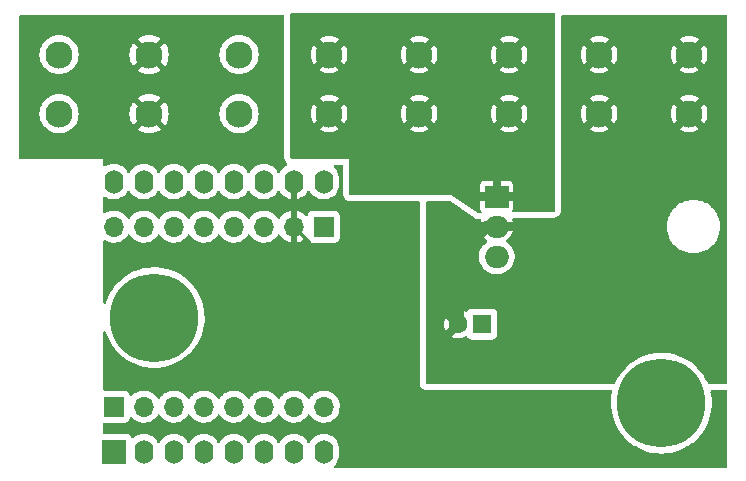
<source format=gbl>
%TF.GenerationSoftware,KiCad,Pcbnew,6.0.4-6f826c9f35~116~ubuntu18.04.1*%
%TF.CreationDate,2022-09-09T12:05:51+02:00*%
%TF.ProjectId,WS2815_D1Mini,57533238-3135-45f4-9431-4d696e692e6b,rev?*%
%TF.SameCoordinates,Original*%
%TF.FileFunction,Copper,L2,Bot*%
%TF.FilePolarity,Positive*%
%FSLAX46Y46*%
G04 Gerber Fmt 4.6, Leading zero omitted, Abs format (unit mm)*
G04 Created by KiCad (PCBNEW 6.0.4-6f826c9f35~116~ubuntu18.04.1) date 2022-09-09 12:05:51*
%MOMM*%
%LPD*%
G01*
G04 APERTURE LIST*
%TA.AperFunction,ComponentPad*%
%ADD10C,2.300000*%
%TD*%
%TA.AperFunction,ComponentPad*%
%ADD11R,1.600000X1.600000*%
%TD*%
%TA.AperFunction,ComponentPad*%
%ADD12C,1.600000*%
%TD*%
%TA.AperFunction,ComponentPad*%
%ADD13C,7.500000*%
%TD*%
%TA.AperFunction,ComponentPad*%
%ADD14R,2.000000X2.000000*%
%TD*%
%TA.AperFunction,ComponentPad*%
%ADD15O,1.600000X2.000000*%
%TD*%
%TA.AperFunction,ComponentPad*%
%ADD16R,2.000000X1.905000*%
%TD*%
%TA.AperFunction,ComponentPad*%
%ADD17O,2.000000X1.905000*%
%TD*%
%TA.AperFunction,ComponentPad*%
%ADD18R,1.700000X1.700000*%
%TD*%
%TA.AperFunction,ComponentPad*%
%ADD19O,1.700000X1.700000*%
%TD*%
%TA.AperFunction,ViaPad*%
%ADD20C,0.800000*%
%TD*%
%TA.AperFunction,Conductor*%
%ADD21C,1.000000*%
%TD*%
%TA.AperFunction,Conductor*%
%ADD22C,0.250000*%
%TD*%
G04 APERTURE END LIST*
D10*
%TO.P,J14,1,Pin_1*%
%TO.N,+12V*%
X129610000Y-64730000D03*
X129610000Y-59730000D03*
%TO.P,J14,2,Pin_2*%
%TO.N,/GPo_WS281x*%
X121990000Y-59730000D03*
X121990000Y-64730000D03*
%TO.P,J14,3,Pin_3*%
%TO.N,GND*%
X114370000Y-59730000D03*
X114370000Y-64730000D03*
%TO.P,J14,4,Pin_4*%
%TO.N,GNDPWR*%
X106750000Y-59730000D03*
X106750000Y-64730000D03*
%TD*%
D11*
%TO.P,C1,1*%
%TO.N,+12V*%
X142560113Y-82550000D03*
D12*
%TO.P,C1,2*%
%TO.N,GNDPWR*%
X140560113Y-82550000D03*
%TD*%
D13*
%TO.P,H1,1,1*%
%TO.N,unconnected-(H1-Pad1)*%
X157750000Y-89250000D03*
%TD*%
D14*
%TO.P,U1,1,~{RST}*%
%TO.N,/RST*%
X111380000Y-93345000D03*
D15*
%TO.P,U1,2,A0*%
%TO.N,/GP_A0*%
X113920000Y-93345000D03*
%TO.P,U1,3,D0*%
%TO.N,/GP_D0*%
X116460000Y-93345000D03*
%TO.P,U1,4,SCK/D5*%
%TO.N,/GP_D5*%
X119000000Y-93345000D03*
%TO.P,U1,5,MISO/D6*%
%TO.N,/GP_D6*%
X121540000Y-93345000D03*
%TO.P,U1,6,MOSI/D7*%
%TO.N,/GP_D7*%
X124080000Y-93345000D03*
%TO.P,U1,7,CS/D8*%
%TO.N,/GP_D8*%
X126620000Y-93345000D03*
%TO.P,U1,8,3V3*%
%TO.N,/3V3*%
X129160000Y-93345000D03*
%TO.P,U1,9,5V*%
%TO.N,+5V*%
X129160000Y-70485000D03*
%TO.P,U1,10,GND*%
%TO.N,GND*%
X126620000Y-70485000D03*
%TO.P,U1,11,D4*%
%TO.N,/GP_D4*%
X124080000Y-70485000D03*
%TO.P,U1,12,D3*%
%TO.N,/GP_D3*%
X121540000Y-70485000D03*
%TO.P,U1,13,SDA/D2*%
%TO.N,/GP_D2*%
X119000000Y-70485000D03*
%TO.P,U1,14,SCL/D1*%
%TO.N,/GP_D1*%
X116460000Y-70485000D03*
%TO.P,U1,15,RX*%
%TO.N,/GP_Rx*%
X113920000Y-70485000D03*
%TO.P,U1,16,TX*%
%TO.N,/GP_Tx*%
X111380000Y-70485000D03*
%TD*%
D13*
%TO.P,H3,1,1*%
%TO.N,unconnected-(H3-Pad1)*%
X114808000Y-82000000D03*
%TD*%
D10*
%TO.P,J13,1,Pin_1*%
%TO.N,GNDPWR*%
X160090000Y-64730000D03*
X160090000Y-59730000D03*
%TO.P,J13,2,Pin_2*%
X152470000Y-64730000D03*
X152470000Y-59730000D03*
%TO.P,J13,3,Pin_3*%
%TO.N,+12V*%
X144850000Y-64730000D03*
X144850000Y-59730000D03*
%TO.P,J13,4,Pin_4*%
X137230000Y-64730000D03*
X137230000Y-59730000D03*
%TD*%
D16*
%TO.P,U2,1,IN*%
%TO.N,+12V*%
X143805000Y-71755000D03*
D17*
%TO.P,U2,2,GND*%
%TO.N,GNDPWR*%
X143805000Y-74295000D03*
%TO.P,U2,3,OUT*%
%TO.N,+5V*%
X143805000Y-76835000D03*
%TD*%
D18*
%TO.P,J2,1,Pin_1*%
%TO.N,+5V*%
X129160000Y-74295000D03*
D19*
%TO.P,J2,2,Pin_2*%
%TO.N,GND*%
X126620000Y-74295000D03*
%TO.P,J2,3,Pin_3*%
%TO.N,/GP_D4*%
X124080000Y-74295000D03*
%TO.P,J2,4,Pin_4*%
%TO.N,/GP_D3*%
X121540000Y-74295000D03*
%TO.P,J2,5,Pin_5*%
%TO.N,/GP_D2*%
X119000000Y-74295000D03*
%TO.P,J2,6,Pin_6*%
%TO.N,/GP_D1*%
X116460000Y-74295000D03*
%TO.P,J2,7,Pin_7*%
%TO.N,/GP_Rx*%
X113920000Y-74295000D03*
%TO.P,J2,8,Pin_8*%
%TO.N,/GP_Tx*%
X111380000Y-74295000D03*
%TD*%
D18*
%TO.P,J1,1,Pin_1*%
%TO.N,/RST*%
X111380000Y-89535000D03*
D19*
%TO.P,J1,2,Pin_2*%
%TO.N,/GP_A0*%
X113920000Y-89535000D03*
%TO.P,J1,3,Pin_3*%
%TO.N,/GP_D0*%
X116460000Y-89535000D03*
%TO.P,J1,4,Pin_4*%
%TO.N,/GP_D5*%
X119000000Y-89535000D03*
%TO.P,J1,5,Pin_5*%
%TO.N,/GP_D6*%
X121540000Y-89535000D03*
%TO.P,J1,6,Pin_6*%
%TO.N,/GP_D7*%
X124080000Y-89535000D03*
%TO.P,J1,7,Pin_7*%
%TO.N,/GP_D8*%
X126620000Y-89535000D03*
%TO.P,J1,8,Pin_8*%
%TO.N,/3V3*%
X129160000Y-89535000D03*
%TD*%
D20*
%TO.N,+12V*%
X140970000Y-62230000D03*
X140970000Y-57150000D03*
%TO.N,GNDPWR*%
X138430000Y-75438000D03*
X154940000Y-68580000D03*
X156210000Y-62230000D03*
X151765000Y-84455000D03*
X162560000Y-81280000D03*
X162560000Y-68580000D03*
%TO.N,GND*%
X124460000Y-62230000D03*
X111760000Y-86360000D03*
X130810000Y-83820000D03*
X162560000Y-93980000D03*
X111000000Y-78500000D03*
X110490000Y-62230000D03*
X133350000Y-73152000D03*
X128270000Y-80010000D03*
X118110000Y-62230000D03*
X135636000Y-76200000D03*
X135636000Y-74168000D03*
X134620000Y-93980000D03*
%TD*%
D21*
%TO.N,GNDPWR*%
X140560113Y-82550000D02*
X140560113Y-76609887D01*
X140560113Y-76609887D02*
X142875000Y-74295000D01*
X142875000Y-74295000D02*
X143805000Y-74295000D01*
D22*
%TO.N,GND*%
X128270000Y-80010000D02*
X128016000Y-79756000D01*
X128016000Y-79756000D02*
X128016000Y-75691000D01*
X128016000Y-75691000D02*
X126620000Y-74295000D01*
%TD*%
%TA.AperFunction,Conductor*%
%TO.N,+12V*%
G36*
X148676191Y-56199407D02*
G01*
X148712155Y-56248907D01*
X148717000Y-56279500D01*
X148717000Y-72927922D01*
X148698093Y-72986113D01*
X148648593Y-73022077D01*
X148619941Y-73026903D01*
X148122361Y-73036660D01*
X145219810Y-73093572D01*
X145161262Y-73075810D01*
X145124334Y-73027025D01*
X145123135Y-72965851D01*
X145133112Y-72945785D01*
X145132641Y-72945545D01*
X145186629Y-72839588D01*
X145191384Y-72824953D01*
X145204391Y-72742827D01*
X145205000Y-72735088D01*
X145205000Y-72120680D01*
X145200878Y-72107995D01*
X145196757Y-72105000D01*
X142420681Y-72105000D01*
X142407996Y-72109122D01*
X142405001Y-72113243D01*
X142405001Y-72735085D01*
X142405611Y-72742829D01*
X142418616Y-72824949D01*
X142423373Y-72839591D01*
X142473823Y-72938606D01*
X142482865Y-72951051D01*
X142510853Y-72979039D01*
X142538630Y-73033556D01*
X142529059Y-73093988D01*
X142485794Y-73137253D01*
X142442791Y-73148024D01*
X142271030Y-73151392D01*
X142214177Y-73134785D01*
X140693020Y-72120680D01*
X139966197Y-71636131D01*
X139966196Y-71636131D01*
X139954000Y-71628000D01*
X131417000Y-71628000D01*
X131358809Y-71609093D01*
X131322845Y-71559593D01*
X131318000Y-71529000D01*
X131318000Y-71389320D01*
X142405000Y-71389320D01*
X142409122Y-71402005D01*
X142413243Y-71405000D01*
X143439320Y-71405000D01*
X143452005Y-71400878D01*
X143455000Y-71396757D01*
X143455000Y-71389320D01*
X144155000Y-71389320D01*
X144159122Y-71402005D01*
X144163243Y-71405000D01*
X145189319Y-71405000D01*
X145202004Y-71400878D01*
X145204999Y-71396757D01*
X145204999Y-70774915D01*
X145204389Y-70767171D01*
X145191384Y-70685051D01*
X145186627Y-70670409D01*
X145136177Y-70571394D01*
X145127135Y-70558949D01*
X145048551Y-70480365D01*
X145036106Y-70471323D01*
X144937088Y-70420871D01*
X144922453Y-70416116D01*
X144840327Y-70403109D01*
X144832588Y-70402500D01*
X144170680Y-70402500D01*
X144157995Y-70406622D01*
X144155000Y-70410743D01*
X144155000Y-71389320D01*
X143455000Y-71389320D01*
X143455000Y-70418181D01*
X143450878Y-70405496D01*
X143446757Y-70402501D01*
X142777415Y-70402501D01*
X142769671Y-70403111D01*
X142687551Y-70416116D01*
X142672909Y-70420873D01*
X142573894Y-70471323D01*
X142561449Y-70480365D01*
X142482865Y-70558949D01*
X142473823Y-70571394D01*
X142423371Y-70670412D01*
X142418616Y-70685047D01*
X142405609Y-70767173D01*
X142405000Y-70774912D01*
X142405000Y-71389320D01*
X131318000Y-71389320D01*
X131318000Y-68580000D01*
X126439000Y-68580000D01*
X126380809Y-68561093D01*
X126344845Y-68511593D01*
X126340000Y-68481000D01*
X126340000Y-66045493D01*
X128795049Y-66045493D01*
X128801419Y-66052384D01*
X128900824Y-66113300D01*
X128907730Y-66116819D01*
X129125952Y-66207209D01*
X129133320Y-66209603D01*
X129363004Y-66264745D01*
X129370647Y-66265956D01*
X129606125Y-66284488D01*
X129613875Y-66284488D01*
X129849353Y-66265956D01*
X129856996Y-66264745D01*
X130086680Y-66209603D01*
X130094048Y-66207209D01*
X130312270Y-66116819D01*
X130319176Y-66113300D01*
X130416887Y-66053422D01*
X130423658Y-66045493D01*
X136415049Y-66045493D01*
X136421419Y-66052384D01*
X136520824Y-66113300D01*
X136527730Y-66116819D01*
X136745952Y-66207209D01*
X136753320Y-66209603D01*
X136983004Y-66264745D01*
X136990647Y-66265956D01*
X137226125Y-66284488D01*
X137233875Y-66284488D01*
X137469353Y-66265956D01*
X137476996Y-66264745D01*
X137706680Y-66209603D01*
X137714048Y-66207209D01*
X137932270Y-66116819D01*
X137939176Y-66113300D01*
X138036887Y-66053422D01*
X138043658Y-66045493D01*
X144035049Y-66045493D01*
X144041419Y-66052384D01*
X144140824Y-66113300D01*
X144147730Y-66116819D01*
X144365952Y-66207209D01*
X144373320Y-66209603D01*
X144603004Y-66264745D01*
X144610647Y-66265956D01*
X144846125Y-66284488D01*
X144853875Y-66284488D01*
X145089353Y-66265956D01*
X145096996Y-66264745D01*
X145326680Y-66209603D01*
X145334048Y-66207209D01*
X145552270Y-66116819D01*
X145559176Y-66113300D01*
X145656887Y-66053422D01*
X145665159Y-66043736D01*
X145660575Y-66035550D01*
X144861086Y-65236061D01*
X144849203Y-65230007D01*
X144844172Y-65230803D01*
X144040831Y-66034144D01*
X144035049Y-66045493D01*
X138043658Y-66045493D01*
X138045159Y-66043736D01*
X138040575Y-66035550D01*
X137241086Y-65236061D01*
X137229203Y-65230007D01*
X137224172Y-65230803D01*
X136420831Y-66034144D01*
X136415049Y-66045493D01*
X130423658Y-66045493D01*
X130425159Y-66043736D01*
X130420575Y-66035550D01*
X129621086Y-65236061D01*
X129609203Y-65230007D01*
X129604172Y-65230803D01*
X128800831Y-66034144D01*
X128795049Y-66045493D01*
X126340000Y-66045493D01*
X126340000Y-64733875D01*
X128055512Y-64733875D01*
X128074044Y-64969353D01*
X128075255Y-64976996D01*
X128130397Y-65206680D01*
X128132791Y-65214048D01*
X128223181Y-65432270D01*
X128226700Y-65439176D01*
X128286578Y-65536887D01*
X128296264Y-65545159D01*
X128304450Y-65540575D01*
X129103939Y-64741086D01*
X129109181Y-64730797D01*
X130110007Y-64730797D01*
X130110803Y-64735828D01*
X130914144Y-65539169D01*
X130925493Y-65544951D01*
X130932384Y-65538581D01*
X130993300Y-65439176D01*
X130996819Y-65432270D01*
X131087209Y-65214048D01*
X131089603Y-65206680D01*
X131144745Y-64976996D01*
X131145956Y-64969353D01*
X131164488Y-64733875D01*
X135675512Y-64733875D01*
X135694044Y-64969353D01*
X135695255Y-64976996D01*
X135750397Y-65206680D01*
X135752791Y-65214048D01*
X135843181Y-65432270D01*
X135846700Y-65439176D01*
X135906578Y-65536887D01*
X135916264Y-65545159D01*
X135924450Y-65540575D01*
X136723939Y-64741086D01*
X136729181Y-64730797D01*
X137730007Y-64730797D01*
X137730803Y-64735828D01*
X138534144Y-65539169D01*
X138545493Y-65544951D01*
X138552384Y-65538581D01*
X138613300Y-65439176D01*
X138616819Y-65432270D01*
X138707209Y-65214048D01*
X138709603Y-65206680D01*
X138764745Y-64976996D01*
X138765956Y-64969353D01*
X138784488Y-64733875D01*
X143295512Y-64733875D01*
X143314044Y-64969353D01*
X143315255Y-64976996D01*
X143370397Y-65206680D01*
X143372791Y-65214048D01*
X143463181Y-65432270D01*
X143466700Y-65439176D01*
X143526578Y-65536887D01*
X143536264Y-65545159D01*
X143544450Y-65540575D01*
X144343939Y-64741086D01*
X144349181Y-64730797D01*
X145350007Y-64730797D01*
X145350803Y-64735828D01*
X146154144Y-65539169D01*
X146165493Y-65544951D01*
X146172384Y-65538581D01*
X146233300Y-65439176D01*
X146236819Y-65432270D01*
X146327209Y-65214048D01*
X146329603Y-65206680D01*
X146384745Y-64976996D01*
X146385956Y-64969353D01*
X146404488Y-64733875D01*
X146404488Y-64726125D01*
X146385956Y-64490647D01*
X146384745Y-64483004D01*
X146329603Y-64253320D01*
X146327209Y-64245952D01*
X146236819Y-64027730D01*
X146233300Y-64020824D01*
X146173422Y-63923113D01*
X146163736Y-63914841D01*
X146155550Y-63919425D01*
X145356061Y-64718914D01*
X145350007Y-64730797D01*
X144349181Y-64730797D01*
X144349993Y-64729203D01*
X144349197Y-64724172D01*
X143545856Y-63920831D01*
X143534507Y-63915049D01*
X143527616Y-63921419D01*
X143466700Y-64020824D01*
X143463181Y-64027730D01*
X143372791Y-64245952D01*
X143370397Y-64253320D01*
X143315255Y-64483004D01*
X143314044Y-64490647D01*
X143295512Y-64726125D01*
X143295512Y-64733875D01*
X138784488Y-64733875D01*
X138784488Y-64726125D01*
X138765956Y-64490647D01*
X138764745Y-64483004D01*
X138709603Y-64253320D01*
X138707209Y-64245952D01*
X138616819Y-64027730D01*
X138613300Y-64020824D01*
X138553422Y-63923113D01*
X138543736Y-63914841D01*
X138535550Y-63919425D01*
X137736061Y-64718914D01*
X137730007Y-64730797D01*
X136729181Y-64730797D01*
X136729993Y-64729203D01*
X136729197Y-64724172D01*
X135925856Y-63920831D01*
X135914507Y-63915049D01*
X135907616Y-63921419D01*
X135846700Y-64020824D01*
X135843181Y-64027730D01*
X135752791Y-64245952D01*
X135750397Y-64253320D01*
X135695255Y-64483004D01*
X135694044Y-64490647D01*
X135675512Y-64726125D01*
X135675512Y-64733875D01*
X131164488Y-64733875D01*
X131164488Y-64726125D01*
X131145956Y-64490647D01*
X131144745Y-64483004D01*
X131089603Y-64253320D01*
X131087209Y-64245952D01*
X130996819Y-64027730D01*
X130993300Y-64020824D01*
X130933422Y-63923113D01*
X130923736Y-63914841D01*
X130915550Y-63919425D01*
X130116061Y-64718914D01*
X130110007Y-64730797D01*
X129109181Y-64730797D01*
X129109993Y-64729203D01*
X129109197Y-64724172D01*
X128305856Y-63920831D01*
X128294507Y-63915049D01*
X128287616Y-63921419D01*
X128226700Y-64020824D01*
X128223181Y-64027730D01*
X128132791Y-64245952D01*
X128130397Y-64253320D01*
X128075255Y-64483004D01*
X128074044Y-64490647D01*
X128055512Y-64726125D01*
X128055512Y-64733875D01*
X126340000Y-64733875D01*
X126340000Y-63416264D01*
X128794841Y-63416264D01*
X128799425Y-63424450D01*
X129598914Y-64223939D01*
X129610797Y-64229993D01*
X129615828Y-64229197D01*
X130419169Y-63425856D01*
X130424056Y-63416264D01*
X136414841Y-63416264D01*
X136419425Y-63424450D01*
X137218914Y-64223939D01*
X137230797Y-64229993D01*
X137235828Y-64229197D01*
X138039169Y-63425856D01*
X138044056Y-63416264D01*
X144034841Y-63416264D01*
X144039425Y-63424450D01*
X144838914Y-64223939D01*
X144850797Y-64229993D01*
X144855828Y-64229197D01*
X145659169Y-63425856D01*
X145664951Y-63414507D01*
X145658581Y-63407616D01*
X145559176Y-63346700D01*
X145552270Y-63343181D01*
X145334048Y-63252791D01*
X145326680Y-63250397D01*
X145096996Y-63195255D01*
X145089353Y-63194044D01*
X144853875Y-63175512D01*
X144846125Y-63175512D01*
X144610647Y-63194044D01*
X144603004Y-63195255D01*
X144373320Y-63250397D01*
X144365952Y-63252791D01*
X144147730Y-63343181D01*
X144140824Y-63346700D01*
X144043113Y-63406578D01*
X144034841Y-63416264D01*
X138044056Y-63416264D01*
X138044951Y-63414507D01*
X138038581Y-63407616D01*
X137939176Y-63346700D01*
X137932270Y-63343181D01*
X137714048Y-63252791D01*
X137706680Y-63250397D01*
X137476996Y-63195255D01*
X137469353Y-63194044D01*
X137233875Y-63175512D01*
X137226125Y-63175512D01*
X136990647Y-63194044D01*
X136983004Y-63195255D01*
X136753320Y-63250397D01*
X136745952Y-63252791D01*
X136527730Y-63343181D01*
X136520824Y-63346700D01*
X136423113Y-63406578D01*
X136414841Y-63416264D01*
X130424056Y-63416264D01*
X130424951Y-63414507D01*
X130418581Y-63407616D01*
X130319176Y-63346700D01*
X130312270Y-63343181D01*
X130094048Y-63252791D01*
X130086680Y-63250397D01*
X129856996Y-63195255D01*
X129849353Y-63194044D01*
X129613875Y-63175512D01*
X129606125Y-63175512D01*
X129370647Y-63194044D01*
X129363004Y-63195255D01*
X129133320Y-63250397D01*
X129125952Y-63252791D01*
X128907730Y-63343181D01*
X128900824Y-63346700D01*
X128803113Y-63406578D01*
X128794841Y-63416264D01*
X126340000Y-63416264D01*
X126340000Y-61045493D01*
X128795049Y-61045493D01*
X128801419Y-61052384D01*
X128900824Y-61113300D01*
X128907730Y-61116819D01*
X129125952Y-61207209D01*
X129133320Y-61209603D01*
X129363004Y-61264745D01*
X129370647Y-61265956D01*
X129606125Y-61284488D01*
X129613875Y-61284488D01*
X129849353Y-61265956D01*
X129856996Y-61264745D01*
X130086680Y-61209603D01*
X130094048Y-61207209D01*
X130312270Y-61116819D01*
X130319176Y-61113300D01*
X130416887Y-61053422D01*
X130423658Y-61045493D01*
X136415049Y-61045493D01*
X136421419Y-61052384D01*
X136520824Y-61113300D01*
X136527730Y-61116819D01*
X136745952Y-61207209D01*
X136753320Y-61209603D01*
X136983004Y-61264745D01*
X136990647Y-61265956D01*
X137226125Y-61284488D01*
X137233875Y-61284488D01*
X137469353Y-61265956D01*
X137476996Y-61264745D01*
X137706680Y-61209603D01*
X137714048Y-61207209D01*
X137932270Y-61116819D01*
X137939176Y-61113300D01*
X138036887Y-61053422D01*
X138043658Y-61045493D01*
X144035049Y-61045493D01*
X144041419Y-61052384D01*
X144140824Y-61113300D01*
X144147730Y-61116819D01*
X144365952Y-61207209D01*
X144373320Y-61209603D01*
X144603004Y-61264745D01*
X144610647Y-61265956D01*
X144846125Y-61284488D01*
X144853875Y-61284488D01*
X145089353Y-61265956D01*
X145096996Y-61264745D01*
X145326680Y-61209603D01*
X145334048Y-61207209D01*
X145552270Y-61116819D01*
X145559176Y-61113300D01*
X145656887Y-61053422D01*
X145665159Y-61043736D01*
X145660575Y-61035550D01*
X144861086Y-60236061D01*
X144849203Y-60230007D01*
X144844172Y-60230803D01*
X144040831Y-61034144D01*
X144035049Y-61045493D01*
X138043658Y-61045493D01*
X138045159Y-61043736D01*
X138040575Y-61035550D01*
X137241086Y-60236061D01*
X137229203Y-60230007D01*
X137224172Y-60230803D01*
X136420831Y-61034144D01*
X136415049Y-61045493D01*
X130423658Y-61045493D01*
X130425159Y-61043736D01*
X130420575Y-61035550D01*
X129621086Y-60236061D01*
X129609203Y-60230007D01*
X129604172Y-60230803D01*
X128800831Y-61034144D01*
X128795049Y-61045493D01*
X126340000Y-61045493D01*
X126340000Y-59733875D01*
X128055512Y-59733875D01*
X128074044Y-59969353D01*
X128075255Y-59976996D01*
X128130397Y-60206680D01*
X128132791Y-60214048D01*
X128223181Y-60432270D01*
X128226700Y-60439176D01*
X128286578Y-60536887D01*
X128296264Y-60545159D01*
X128304450Y-60540575D01*
X129103939Y-59741086D01*
X129109181Y-59730797D01*
X130110007Y-59730797D01*
X130110803Y-59735828D01*
X130914144Y-60539169D01*
X130925493Y-60544951D01*
X130932384Y-60538581D01*
X130993300Y-60439176D01*
X130996819Y-60432270D01*
X131087209Y-60214048D01*
X131089603Y-60206680D01*
X131144745Y-59976996D01*
X131145956Y-59969353D01*
X131164488Y-59733875D01*
X135675512Y-59733875D01*
X135694044Y-59969353D01*
X135695255Y-59976996D01*
X135750397Y-60206680D01*
X135752791Y-60214048D01*
X135843181Y-60432270D01*
X135846700Y-60439176D01*
X135906578Y-60536887D01*
X135916264Y-60545159D01*
X135924450Y-60540575D01*
X136723939Y-59741086D01*
X136729181Y-59730797D01*
X137730007Y-59730797D01*
X137730803Y-59735828D01*
X138534144Y-60539169D01*
X138545493Y-60544951D01*
X138552384Y-60538581D01*
X138613300Y-60439176D01*
X138616819Y-60432270D01*
X138707209Y-60214048D01*
X138709603Y-60206680D01*
X138764745Y-59976996D01*
X138765956Y-59969353D01*
X138784488Y-59733875D01*
X143295512Y-59733875D01*
X143314044Y-59969353D01*
X143315255Y-59976996D01*
X143370397Y-60206680D01*
X143372791Y-60214048D01*
X143463181Y-60432270D01*
X143466700Y-60439176D01*
X143526578Y-60536887D01*
X143536264Y-60545159D01*
X143544450Y-60540575D01*
X144343939Y-59741086D01*
X144349181Y-59730797D01*
X145350007Y-59730797D01*
X145350803Y-59735828D01*
X146154144Y-60539169D01*
X146165493Y-60544951D01*
X146172384Y-60538581D01*
X146233300Y-60439176D01*
X146236819Y-60432270D01*
X146327209Y-60214048D01*
X146329603Y-60206680D01*
X146384745Y-59976996D01*
X146385956Y-59969353D01*
X146404488Y-59733875D01*
X146404488Y-59726125D01*
X146385956Y-59490647D01*
X146384745Y-59483004D01*
X146329603Y-59253320D01*
X146327209Y-59245952D01*
X146236819Y-59027730D01*
X146233300Y-59020824D01*
X146173422Y-58923113D01*
X146163736Y-58914841D01*
X146155550Y-58919425D01*
X145356061Y-59718914D01*
X145350007Y-59730797D01*
X144349181Y-59730797D01*
X144349993Y-59729203D01*
X144349197Y-59724172D01*
X143545856Y-58920831D01*
X143534507Y-58915049D01*
X143527616Y-58921419D01*
X143466700Y-59020824D01*
X143463181Y-59027730D01*
X143372791Y-59245952D01*
X143370397Y-59253320D01*
X143315255Y-59483004D01*
X143314044Y-59490647D01*
X143295512Y-59726125D01*
X143295512Y-59733875D01*
X138784488Y-59733875D01*
X138784488Y-59726125D01*
X138765956Y-59490647D01*
X138764745Y-59483004D01*
X138709603Y-59253320D01*
X138707209Y-59245952D01*
X138616819Y-59027730D01*
X138613300Y-59020824D01*
X138553422Y-58923113D01*
X138543736Y-58914841D01*
X138535550Y-58919425D01*
X137736061Y-59718914D01*
X137730007Y-59730797D01*
X136729181Y-59730797D01*
X136729993Y-59729203D01*
X136729197Y-59724172D01*
X135925856Y-58920831D01*
X135914507Y-58915049D01*
X135907616Y-58921419D01*
X135846700Y-59020824D01*
X135843181Y-59027730D01*
X135752791Y-59245952D01*
X135750397Y-59253320D01*
X135695255Y-59483004D01*
X135694044Y-59490647D01*
X135675512Y-59726125D01*
X135675512Y-59733875D01*
X131164488Y-59733875D01*
X131164488Y-59726125D01*
X131145956Y-59490647D01*
X131144745Y-59483004D01*
X131089603Y-59253320D01*
X131087209Y-59245952D01*
X130996819Y-59027730D01*
X130993300Y-59020824D01*
X130933422Y-58923113D01*
X130923736Y-58914841D01*
X130915550Y-58919425D01*
X130116061Y-59718914D01*
X130110007Y-59730797D01*
X129109181Y-59730797D01*
X129109993Y-59729203D01*
X129109197Y-59724172D01*
X128305856Y-58920831D01*
X128294507Y-58915049D01*
X128287616Y-58921419D01*
X128226700Y-59020824D01*
X128223181Y-59027730D01*
X128132791Y-59245952D01*
X128130397Y-59253320D01*
X128075255Y-59483004D01*
X128074044Y-59490647D01*
X128055512Y-59726125D01*
X128055512Y-59733875D01*
X126340000Y-59733875D01*
X126340000Y-58416264D01*
X128794841Y-58416264D01*
X128799425Y-58424450D01*
X129598914Y-59223939D01*
X129610797Y-59229993D01*
X129615828Y-59229197D01*
X130419169Y-58425856D01*
X130424056Y-58416264D01*
X136414841Y-58416264D01*
X136419425Y-58424450D01*
X137218914Y-59223939D01*
X137230797Y-59229993D01*
X137235828Y-59229197D01*
X138039169Y-58425856D01*
X138044056Y-58416264D01*
X144034841Y-58416264D01*
X144039425Y-58424450D01*
X144838914Y-59223939D01*
X144850797Y-59229993D01*
X144855828Y-59229197D01*
X145659169Y-58425856D01*
X145664951Y-58414507D01*
X145658581Y-58407616D01*
X145559176Y-58346700D01*
X145552270Y-58343181D01*
X145334048Y-58252791D01*
X145326680Y-58250397D01*
X145096996Y-58195255D01*
X145089353Y-58194044D01*
X144853875Y-58175512D01*
X144846125Y-58175512D01*
X144610647Y-58194044D01*
X144603004Y-58195255D01*
X144373320Y-58250397D01*
X144365952Y-58252791D01*
X144147730Y-58343181D01*
X144140824Y-58346700D01*
X144043113Y-58406578D01*
X144034841Y-58416264D01*
X138044056Y-58416264D01*
X138044951Y-58414507D01*
X138038581Y-58407616D01*
X137939176Y-58346700D01*
X137932270Y-58343181D01*
X137714048Y-58252791D01*
X137706680Y-58250397D01*
X137476996Y-58195255D01*
X137469353Y-58194044D01*
X137233875Y-58175512D01*
X137226125Y-58175512D01*
X136990647Y-58194044D01*
X136983004Y-58195255D01*
X136753320Y-58250397D01*
X136745952Y-58252791D01*
X136527730Y-58343181D01*
X136520824Y-58346700D01*
X136423113Y-58406578D01*
X136414841Y-58416264D01*
X130424056Y-58416264D01*
X130424951Y-58414507D01*
X130418581Y-58407616D01*
X130319176Y-58346700D01*
X130312270Y-58343181D01*
X130094048Y-58252791D01*
X130086680Y-58250397D01*
X129856996Y-58195255D01*
X129849353Y-58194044D01*
X129613875Y-58175512D01*
X129606125Y-58175512D01*
X129370647Y-58194044D01*
X129363004Y-58195255D01*
X129133320Y-58250397D01*
X129125952Y-58252791D01*
X128907730Y-58343181D01*
X128900824Y-58346700D01*
X128803113Y-58406578D01*
X128794841Y-58416264D01*
X126340000Y-58416264D01*
X126340000Y-56279500D01*
X126358907Y-56221309D01*
X126408407Y-56185345D01*
X126439000Y-56180500D01*
X148618000Y-56180500D01*
X148676191Y-56199407D01*
G37*
%TD.AperFunction*%
%TD*%
%TA.AperFunction,Conductor*%
%TO.N,GNDPWR*%
G36*
X163263621Y-56408502D02*
G01*
X163310114Y-56462158D01*
X163321500Y-56514500D01*
X163321500Y-87504000D01*
X163301498Y-87572121D01*
X163247842Y-87618614D01*
X163195500Y-87630000D01*
X161772470Y-87630000D01*
X161704349Y-87609998D01*
X161657633Y-87555851D01*
X161549875Y-87317194D01*
X161548654Y-87314489D01*
X161479695Y-87193590D01*
X161351113Y-86968163D01*
X161349648Y-86965594D01*
X161118691Y-86636976D01*
X160857833Y-86331550D01*
X160756530Y-86233381D01*
X160571529Y-86054102D01*
X160571520Y-86054094D01*
X160569390Y-86052030D01*
X160255922Y-85800894D01*
X160244207Y-85793199D01*
X159922695Y-85582005D01*
X159922685Y-85581999D01*
X159920211Y-85580374D01*
X159565237Y-85392425D01*
X159194151Y-85238716D01*
X158810247Y-85120611D01*
X158807344Y-85120010D01*
X158807337Y-85120008D01*
X158419851Y-85039764D01*
X158419841Y-85039762D01*
X158416932Y-85039160D01*
X158017697Y-84995084D01*
X158014716Y-84995037D01*
X158014713Y-84995037D01*
X157902454Y-84993274D01*
X157616086Y-84988775D01*
X157613142Y-84989007D01*
X157613132Y-84989007D01*
X157228775Y-85019257D01*
X157215663Y-85020289D01*
X156819984Y-85089346D01*
X156817117Y-85090130D01*
X156817105Y-85090133D01*
X156435423Y-85194549D01*
X156435413Y-85194552D01*
X156432559Y-85195333D01*
X156429795Y-85196377D01*
X156429784Y-85196381D01*
X156059601Y-85336262D01*
X156056828Y-85337310D01*
X155696126Y-85514016D01*
X155693591Y-85515569D01*
X155693590Y-85515570D01*
X155585178Y-85582005D01*
X155353654Y-85723883D01*
X155032452Y-85965049D01*
X154735371Y-86235371D01*
X154465049Y-86532452D01*
X154223883Y-86853654D01*
X154014016Y-87196126D01*
X153837310Y-87556828D01*
X153836629Y-87556495D01*
X153793253Y-87608618D01*
X153723032Y-87630000D01*
X137921000Y-87630000D01*
X137852879Y-87609998D01*
X137806386Y-87556342D01*
X137795000Y-87504000D01*
X137795000Y-83611949D01*
X139998759Y-83611949D01*
X140002105Y-83616419D01*
X140182401Y-83693879D01*
X140193334Y-83697431D01*
X140397176Y-83743556D01*
X140408584Y-83745058D01*
X140617416Y-83753262D01*
X140628900Y-83752660D01*
X140835727Y-83722673D01*
X140846922Y-83719985D01*
X141044820Y-83652807D01*
X141055324Y-83648130D01*
X141165261Y-83586562D01*
X141234470Y-83570728D01*
X141301252Y-83594825D01*
X141327654Y-83620931D01*
X141396852Y-83713261D01*
X141513408Y-83800615D01*
X141649797Y-83851745D01*
X141711979Y-83858500D01*
X143408247Y-83858500D01*
X143470429Y-83851745D01*
X143606818Y-83800615D01*
X143723374Y-83713261D01*
X143810728Y-83596705D01*
X143861858Y-83460316D01*
X143868613Y-83398134D01*
X143868613Y-81701866D01*
X143861858Y-81639684D01*
X143810728Y-81503295D01*
X143723374Y-81386739D01*
X143606818Y-81299385D01*
X143470429Y-81248255D01*
X143408247Y-81241500D01*
X141711979Y-81241500D01*
X141649797Y-81248255D01*
X141513408Y-81299385D01*
X141396852Y-81386739D01*
X141391471Y-81393919D01*
X141391470Y-81393920D01*
X141328071Y-81478513D01*
X141271212Y-81521028D01*
X141200393Y-81526054D01*
X141160009Y-81509510D01*
X141112114Y-81479291D01*
X141101872Y-81474072D01*
X140907755Y-81396627D01*
X140896728Y-81393360D01*
X140691752Y-81352588D01*
X140680306Y-81351385D01*
X140471341Y-81348650D01*
X140459861Y-81349553D01*
X140253890Y-81384945D01*
X140242782Y-81387922D01*
X140046705Y-81460258D01*
X140036326Y-81465208D01*
X140010496Y-81480575D01*
X140000898Y-81490908D01*
X140004385Y-81499297D01*
X140965993Y-82460905D01*
X141000019Y-82523217D01*
X140994954Y-82594032D01*
X140965993Y-82639095D01*
X140005519Y-83599569D01*
X139998759Y-83611949D01*
X137795000Y-83611949D01*
X137795000Y-82524219D01*
X139355763Y-82524219D01*
X139369431Y-82732759D01*
X139371231Y-82744127D01*
X139422676Y-82946689D01*
X139426514Y-82957527D01*
X139491850Y-83099252D01*
X139501122Y-83109876D01*
X139507015Y-83108123D01*
X140052326Y-82562812D01*
X140059940Y-82548868D01*
X140059809Y-82547035D01*
X140055558Y-82540420D01*
X139513729Y-81998591D01*
X139501349Y-81991831D01*
X139495383Y-81996297D01*
X139449399Y-82083698D01*
X139444994Y-82094333D01*
X139383021Y-82293916D01*
X139380628Y-82305174D01*
X139356064Y-82512718D01*
X139355763Y-82524219D01*
X137795000Y-82524219D01*
X137795000Y-76937263D01*
X142295064Y-76937263D01*
X142331404Y-77174744D01*
X142368094Y-77286997D01*
X142404434Y-77398183D01*
X142404437Y-77398189D01*
X142406042Y-77403101D01*
X142516975Y-77616200D01*
X142661223Y-77808320D01*
X142834912Y-77974301D01*
X143033378Y-78109686D01*
X143038061Y-78111860D01*
X143038065Y-78111862D01*
X143246595Y-78208658D01*
X143246599Y-78208659D01*
X143251290Y-78210837D01*
X143482798Y-78275040D01*
X143487935Y-78275589D01*
X143675593Y-78295644D01*
X143675601Y-78295644D01*
X143678928Y-78296000D01*
X143913402Y-78296000D01*
X143915975Y-78295788D01*
X143915986Y-78295788D01*
X144016946Y-78287487D01*
X144091937Y-78281322D01*
X144324944Y-78222794D01*
X144453771Y-78166779D01*
X144540526Y-78129057D01*
X144540529Y-78129055D01*
X144545263Y-78126997D01*
X144746977Y-77996502D01*
X144924670Y-77834814D01*
X144985347Y-77757983D01*
X145070367Y-77650330D01*
X145070370Y-77650325D01*
X145073568Y-77646276D01*
X145087885Y-77620342D01*
X145187177Y-77440474D01*
X145187179Y-77440470D01*
X145189674Y-77435950D01*
X145269870Y-77209485D01*
X145275183Y-77179659D01*
X145311095Y-76978052D01*
X145311096Y-76978046D01*
X145312001Y-76972963D01*
X145314936Y-76732737D01*
X145278596Y-76495256D01*
X145241906Y-76383003D01*
X145205566Y-76271817D01*
X145205563Y-76271811D01*
X145203958Y-76266899D01*
X145196630Y-76252821D01*
X145095416Y-76058393D01*
X145093025Y-76053800D01*
X144948777Y-75861680D01*
X144775088Y-75695699D01*
X144727235Y-75663056D01*
X144639957Y-75603518D01*
X144594955Y-75548606D01*
X144586784Y-75478082D01*
X144618038Y-75414335D01*
X144640595Y-75394909D01*
X144698627Y-75355840D01*
X144706905Y-75349185D01*
X144865268Y-75198113D01*
X144872308Y-75190156D01*
X145002950Y-75014567D01*
X145008554Y-75005530D01*
X145107743Y-74810439D01*
X145111743Y-74800588D01*
X145154682Y-74662300D01*
X145154900Y-74648201D01*
X145148169Y-74645000D01*
X142467071Y-74645000D01*
X142453540Y-74648973D01*
X142452015Y-74659581D01*
X142456265Y-74679835D01*
X142459322Y-74690026D01*
X142539711Y-74893582D01*
X142544438Y-74903104D01*
X142657974Y-75090206D01*
X142664240Y-75098799D01*
X142807675Y-75264094D01*
X142815306Y-75271514D01*
X142976897Y-75404011D01*
X143016892Y-75462671D01*
X143018823Y-75533641D01*
X142982079Y-75594389D01*
X142965446Y-75607237D01*
X142867363Y-75670690D01*
X142863023Y-75673498D01*
X142685330Y-75835186D01*
X142661141Y-75865815D01*
X142539633Y-76019670D01*
X142539630Y-76019675D01*
X142536432Y-76023724D01*
X142533939Y-76028240D01*
X142533937Y-76028243D01*
X142422823Y-76229526D01*
X142420326Y-76234050D01*
X142418602Y-76238919D01*
X142418600Y-76238923D01*
X142412866Y-76255115D01*
X142340130Y-76460515D01*
X142339223Y-76465608D01*
X142339222Y-76465611D01*
X142320351Y-76571556D01*
X142297999Y-76697037D01*
X142295064Y-76937263D01*
X137795000Y-76937263D01*
X137795000Y-74295000D01*
X158201654Y-74295000D01*
X158201924Y-74299119D01*
X158217683Y-74539556D01*
X158221017Y-74590426D01*
X158221819Y-74594459D01*
X158221820Y-74594465D01*
X158277970Y-74876747D01*
X158278776Y-74880797D01*
X158280103Y-74884706D01*
X158280104Y-74884710D01*
X158352777Y-75098799D01*
X158373941Y-75161145D01*
X158375765Y-75164843D01*
X158498801Y-75414335D01*
X158504885Y-75426673D01*
X158507179Y-75430106D01*
X158662831Y-75663056D01*
X158669367Y-75672838D01*
X158672081Y-75675932D01*
X158672085Y-75675938D01*
X158838604Y-75865815D01*
X158864573Y-75895427D01*
X158867662Y-75898136D01*
X159084062Y-76087915D01*
X159084068Y-76087919D01*
X159087162Y-76090633D01*
X159090588Y-76092922D01*
X159090593Y-76092926D01*
X159250841Y-76200000D01*
X159333327Y-76255115D01*
X159337026Y-76256939D01*
X159337031Y-76256942D01*
X159367195Y-76271817D01*
X159598855Y-76386059D01*
X159602760Y-76387384D01*
X159602761Y-76387385D01*
X159875290Y-76479896D01*
X159875294Y-76479897D01*
X159879203Y-76481224D01*
X159883247Y-76482028D01*
X159883253Y-76482030D01*
X160165535Y-76538180D01*
X160165541Y-76538181D01*
X160169574Y-76538983D01*
X160173679Y-76539252D01*
X160173686Y-76539253D01*
X160460881Y-76558076D01*
X160465000Y-76558346D01*
X160469119Y-76558076D01*
X160756314Y-76539253D01*
X160756321Y-76539252D01*
X160760426Y-76538983D01*
X160764459Y-76538181D01*
X160764465Y-76538180D01*
X161046747Y-76482030D01*
X161046753Y-76482028D01*
X161050797Y-76481224D01*
X161054706Y-76479897D01*
X161054710Y-76479896D01*
X161327239Y-76387385D01*
X161327240Y-76387384D01*
X161331145Y-76386059D01*
X161562805Y-76271817D01*
X161592969Y-76256942D01*
X161592974Y-76256939D01*
X161596673Y-76255115D01*
X161679159Y-76200000D01*
X161839407Y-76092926D01*
X161839412Y-76092922D01*
X161842838Y-76090633D01*
X161845932Y-76087919D01*
X161845938Y-76087915D01*
X162062338Y-75898136D01*
X162065427Y-75895427D01*
X162091396Y-75865815D01*
X162257915Y-75675938D01*
X162257919Y-75675932D01*
X162260633Y-75672838D01*
X162267170Y-75663056D01*
X162422821Y-75430106D01*
X162425115Y-75426673D01*
X162431200Y-75414335D01*
X162554235Y-75164843D01*
X162556059Y-75161145D01*
X162577223Y-75098799D01*
X162649896Y-74884710D01*
X162649897Y-74884706D01*
X162651224Y-74880797D01*
X162652030Y-74876747D01*
X162708180Y-74594465D01*
X162708181Y-74594459D01*
X162708983Y-74590426D01*
X162712318Y-74539556D01*
X162728076Y-74299119D01*
X162728346Y-74295000D01*
X162720022Y-74168000D01*
X162709253Y-74003686D01*
X162709252Y-74003679D01*
X162708983Y-73999574D01*
X162698128Y-73945000D01*
X162652030Y-73713253D01*
X162652028Y-73713247D01*
X162651224Y-73709203D01*
X162629191Y-73644294D01*
X162557385Y-73432761D01*
X162557384Y-73432760D01*
X162556059Y-73428855D01*
X162480656Y-73275952D01*
X162426942Y-73167031D01*
X162426939Y-73167026D01*
X162425115Y-73163327D01*
X162290641Y-72962072D01*
X162262926Y-72920593D01*
X162262922Y-72920588D01*
X162260633Y-72917162D01*
X162257919Y-72914068D01*
X162257915Y-72914062D01*
X162068136Y-72697662D01*
X162065427Y-72694573D01*
X161974756Y-72615056D01*
X161845938Y-72502085D01*
X161845932Y-72502081D01*
X161842838Y-72499367D01*
X161839412Y-72497078D01*
X161839407Y-72497074D01*
X161600106Y-72337179D01*
X161596673Y-72334885D01*
X161592974Y-72333061D01*
X161592969Y-72333058D01*
X161456687Y-72265852D01*
X161331145Y-72203941D01*
X161209541Y-72162662D01*
X161054710Y-72110104D01*
X161054706Y-72110103D01*
X161050797Y-72108776D01*
X161046753Y-72107972D01*
X161046747Y-72107970D01*
X160764465Y-72051820D01*
X160764459Y-72051819D01*
X160760426Y-72051017D01*
X160756321Y-72050748D01*
X160756314Y-72050747D01*
X160469119Y-72031924D01*
X160465000Y-72031654D01*
X160460881Y-72031924D01*
X160173686Y-72050747D01*
X160173679Y-72050748D01*
X160169574Y-72051017D01*
X160165541Y-72051819D01*
X160165535Y-72051820D01*
X159883253Y-72107970D01*
X159883247Y-72107972D01*
X159879203Y-72108776D01*
X159875294Y-72110103D01*
X159875290Y-72110104D01*
X159720459Y-72162662D01*
X159598855Y-72203941D01*
X159473313Y-72265852D01*
X159337031Y-72333058D01*
X159337026Y-72333061D01*
X159333327Y-72334885D01*
X159329894Y-72337179D01*
X159090593Y-72497074D01*
X159090588Y-72497078D01*
X159087162Y-72499367D01*
X159084068Y-72502081D01*
X159084062Y-72502085D01*
X158955244Y-72615056D01*
X158864573Y-72694573D01*
X158861864Y-72697662D01*
X158672085Y-72914062D01*
X158672081Y-72914068D01*
X158669367Y-72917162D01*
X158667078Y-72920588D01*
X158667074Y-72920593D01*
X158639359Y-72962072D01*
X158504885Y-73163327D01*
X158503061Y-73167026D01*
X158503058Y-73167031D01*
X158449344Y-73275952D01*
X158373941Y-73428855D01*
X158372616Y-73432760D01*
X158372615Y-73432761D01*
X158300810Y-73644294D01*
X158278776Y-73709203D01*
X158277972Y-73713247D01*
X158277970Y-73713253D01*
X158231873Y-73945000D01*
X158221017Y-73999574D01*
X158220748Y-74003679D01*
X158220747Y-74003686D01*
X158209978Y-74168000D01*
X158201654Y-74295000D01*
X137795000Y-74295000D01*
X137795000Y-72267500D01*
X137815002Y-72199379D01*
X137868658Y-72152886D01*
X137921000Y-72141500D01*
X139760375Y-72141500D01*
X139830267Y-72162662D01*
X141929338Y-73562043D01*
X141933673Y-73564063D01*
X141933678Y-73564066D01*
X142065856Y-73625664D01*
X142065861Y-73625666D01*
X142070198Y-73627687D01*
X142074791Y-73629029D01*
X142074792Y-73629029D01*
X142122463Y-73642954D01*
X142122465Y-73642954D01*
X142127051Y-73644294D01*
X142131791Y-73644925D01*
X142131792Y-73644925D01*
X142276352Y-73664162D01*
X142276357Y-73664162D01*
X142281097Y-73664793D01*
X142313277Y-73664162D01*
X142363935Y-73663169D01*
X142432435Y-73681832D01*
X142479971Y-73734566D01*
X142491450Y-73804629D01*
X142486738Y-73826509D01*
X142455318Y-73927700D01*
X142455100Y-73941799D01*
X142461831Y-73945000D01*
X145142929Y-73945000D01*
X145156460Y-73941027D01*
X145157985Y-73930419D01*
X145153735Y-73910165D01*
X145150676Y-73899969D01*
X145102704Y-73778495D01*
X145096286Y-73707789D01*
X145129114Y-73644838D01*
X145190764Y-73609628D01*
X145226495Y-73606505D01*
X145229877Y-73606973D01*
X145234825Y-73606876D01*
X148132428Y-73550061D01*
X148627683Y-73540350D01*
X148627694Y-73540349D01*
X148630008Y-73540304D01*
X148632312Y-73540089D01*
X148632322Y-73540088D01*
X148702921Y-73533486D01*
X148705231Y-73533270D01*
X148724630Y-73530003D01*
X148731153Y-73528904D01*
X148731157Y-73528903D01*
X148733883Y-73528444D01*
X148752651Y-73523556D01*
X148814114Y-73507548D01*
X148814115Y-73507547D01*
X148821155Y-73505714D01*
X148950422Y-73437507D01*
X148967420Y-73425157D01*
X148999200Y-73402068D01*
X148999219Y-73402054D01*
X148999922Y-73401543D01*
X149023147Y-73383633D01*
X149121975Y-73275952D01*
X149186462Y-73144790D01*
X149205369Y-73086599D01*
X149230500Y-72927922D01*
X149230500Y-66044798D01*
X151655797Y-66044798D01*
X151661524Y-66052448D01*
X151759919Y-66112745D01*
X151768713Y-66117226D01*
X151984970Y-66206802D01*
X151994355Y-66209851D01*
X152221964Y-66264496D01*
X152231711Y-66266039D01*
X152465070Y-66284405D01*
X152474930Y-66284405D01*
X152708289Y-66266039D01*
X152718036Y-66264496D01*
X152945645Y-66209851D01*
X152955030Y-66206802D01*
X153171287Y-66117226D01*
X153180081Y-66112745D01*
X153274810Y-66054695D01*
X153283763Y-66044798D01*
X159275797Y-66044798D01*
X159281524Y-66052448D01*
X159379919Y-66112745D01*
X159388713Y-66117226D01*
X159604970Y-66206802D01*
X159614355Y-66209851D01*
X159841964Y-66264496D01*
X159851711Y-66266039D01*
X160085070Y-66284405D01*
X160094930Y-66284405D01*
X160328289Y-66266039D01*
X160338036Y-66264496D01*
X160565645Y-66209851D01*
X160575030Y-66206802D01*
X160791287Y-66117226D01*
X160800081Y-66112745D01*
X160894810Y-66054695D01*
X160904270Y-66044238D01*
X160900487Y-66035462D01*
X160102812Y-65237787D01*
X160088868Y-65230173D01*
X160087035Y-65230304D01*
X160080420Y-65234555D01*
X159282557Y-66032418D01*
X159275797Y-66044798D01*
X153283763Y-66044798D01*
X153284270Y-66044238D01*
X153280487Y-66035462D01*
X152482812Y-65237787D01*
X152468868Y-65230173D01*
X152467035Y-65230304D01*
X152460420Y-65234555D01*
X151662557Y-66032418D01*
X151655797Y-66044798D01*
X149230500Y-66044798D01*
X149230500Y-64734930D01*
X150915595Y-64734930D01*
X150933961Y-64968289D01*
X150935504Y-64978036D01*
X150990149Y-65205645D01*
X150993198Y-65215030D01*
X151082774Y-65431287D01*
X151087255Y-65440081D01*
X151145305Y-65534810D01*
X151155762Y-65544270D01*
X151164538Y-65540487D01*
X151962213Y-64742812D01*
X151968591Y-64731132D01*
X152970173Y-64731132D01*
X152970304Y-64732965D01*
X152974555Y-64739580D01*
X153772418Y-65537443D01*
X153784798Y-65544203D01*
X153792448Y-65538476D01*
X153852745Y-65440081D01*
X153857226Y-65431287D01*
X153946802Y-65215030D01*
X153949851Y-65205645D01*
X154004496Y-64978036D01*
X154006039Y-64968289D01*
X154024405Y-64734930D01*
X158535595Y-64734930D01*
X158553961Y-64968289D01*
X158555504Y-64978036D01*
X158610149Y-65205645D01*
X158613198Y-65215030D01*
X158702774Y-65431287D01*
X158707255Y-65440081D01*
X158765305Y-65534810D01*
X158775762Y-65544270D01*
X158784538Y-65540487D01*
X159582213Y-64742812D01*
X159588591Y-64731132D01*
X160590173Y-64731132D01*
X160590304Y-64732965D01*
X160594555Y-64739580D01*
X161392418Y-65537443D01*
X161404798Y-65544203D01*
X161412448Y-65538476D01*
X161472745Y-65440081D01*
X161477226Y-65431287D01*
X161566802Y-65215030D01*
X161569851Y-65205645D01*
X161624496Y-64978036D01*
X161626039Y-64968289D01*
X161644405Y-64734930D01*
X161644405Y-64725070D01*
X161626039Y-64491711D01*
X161624496Y-64481964D01*
X161569851Y-64254355D01*
X161566802Y-64244970D01*
X161477226Y-64028713D01*
X161472745Y-64019919D01*
X161414695Y-63925190D01*
X161404238Y-63915730D01*
X161395462Y-63919513D01*
X160597787Y-64717188D01*
X160590173Y-64731132D01*
X159588591Y-64731132D01*
X159589827Y-64728868D01*
X159589696Y-64727035D01*
X159585445Y-64720420D01*
X158787582Y-63922557D01*
X158775202Y-63915797D01*
X158767552Y-63921524D01*
X158707255Y-64019919D01*
X158702774Y-64028713D01*
X158613198Y-64244970D01*
X158610149Y-64254355D01*
X158555504Y-64481964D01*
X158553961Y-64491711D01*
X158535595Y-64725070D01*
X158535595Y-64734930D01*
X154024405Y-64734930D01*
X154024405Y-64725070D01*
X154006039Y-64491711D01*
X154004496Y-64481964D01*
X153949851Y-64254355D01*
X153946802Y-64244970D01*
X153857226Y-64028713D01*
X153852745Y-64019919D01*
X153794695Y-63925190D01*
X153784238Y-63915730D01*
X153775462Y-63919513D01*
X152977787Y-64717188D01*
X152970173Y-64731132D01*
X151968591Y-64731132D01*
X151969827Y-64728868D01*
X151969696Y-64727035D01*
X151965445Y-64720420D01*
X151167582Y-63922557D01*
X151155202Y-63915797D01*
X151147552Y-63921524D01*
X151087255Y-64019919D01*
X151082774Y-64028713D01*
X150993198Y-64244970D01*
X150990149Y-64254355D01*
X150935504Y-64481964D01*
X150933961Y-64491711D01*
X150915595Y-64725070D01*
X150915595Y-64734930D01*
X149230500Y-64734930D01*
X149230500Y-63415762D01*
X151655730Y-63415762D01*
X151659513Y-63424538D01*
X152457188Y-64222213D01*
X152471132Y-64229827D01*
X152472965Y-64229696D01*
X152479580Y-64225445D01*
X153277443Y-63427582D01*
X153283897Y-63415762D01*
X159275730Y-63415762D01*
X159279513Y-63424538D01*
X160077188Y-64222213D01*
X160091132Y-64229827D01*
X160092965Y-64229696D01*
X160099580Y-64225445D01*
X160897443Y-63427582D01*
X160904203Y-63415202D01*
X160898476Y-63407552D01*
X160800081Y-63347255D01*
X160791287Y-63342774D01*
X160575030Y-63253198D01*
X160565645Y-63250149D01*
X160338036Y-63195504D01*
X160328289Y-63193961D01*
X160094930Y-63175595D01*
X160085070Y-63175595D01*
X159851711Y-63193961D01*
X159841964Y-63195504D01*
X159614355Y-63250149D01*
X159604970Y-63253198D01*
X159388713Y-63342774D01*
X159379919Y-63347255D01*
X159285190Y-63405305D01*
X159275730Y-63415762D01*
X153283897Y-63415762D01*
X153284203Y-63415202D01*
X153278476Y-63407552D01*
X153180081Y-63347255D01*
X153171287Y-63342774D01*
X152955030Y-63253198D01*
X152945645Y-63250149D01*
X152718036Y-63195504D01*
X152708289Y-63193961D01*
X152474930Y-63175595D01*
X152465070Y-63175595D01*
X152231711Y-63193961D01*
X152221964Y-63195504D01*
X151994355Y-63250149D01*
X151984970Y-63253198D01*
X151768713Y-63342774D01*
X151759919Y-63347255D01*
X151665190Y-63405305D01*
X151655730Y-63415762D01*
X149230500Y-63415762D01*
X149230500Y-61044798D01*
X151655797Y-61044798D01*
X151661524Y-61052448D01*
X151759919Y-61112745D01*
X151768713Y-61117226D01*
X151984970Y-61206802D01*
X151994355Y-61209851D01*
X152221964Y-61264496D01*
X152231711Y-61266039D01*
X152465070Y-61284405D01*
X152474930Y-61284405D01*
X152708289Y-61266039D01*
X152718036Y-61264496D01*
X152945645Y-61209851D01*
X152955030Y-61206802D01*
X153171287Y-61117226D01*
X153180081Y-61112745D01*
X153274810Y-61054695D01*
X153283763Y-61044798D01*
X159275797Y-61044798D01*
X159281524Y-61052448D01*
X159379919Y-61112745D01*
X159388713Y-61117226D01*
X159604970Y-61206802D01*
X159614355Y-61209851D01*
X159841964Y-61264496D01*
X159851711Y-61266039D01*
X160085070Y-61284405D01*
X160094930Y-61284405D01*
X160328289Y-61266039D01*
X160338036Y-61264496D01*
X160565645Y-61209851D01*
X160575030Y-61206802D01*
X160791287Y-61117226D01*
X160800081Y-61112745D01*
X160894810Y-61054695D01*
X160904270Y-61044238D01*
X160900487Y-61035462D01*
X160102812Y-60237787D01*
X160088868Y-60230173D01*
X160087035Y-60230304D01*
X160080420Y-60234555D01*
X159282557Y-61032418D01*
X159275797Y-61044798D01*
X153283763Y-61044798D01*
X153284270Y-61044238D01*
X153280487Y-61035462D01*
X152482812Y-60237787D01*
X152468868Y-60230173D01*
X152467035Y-60230304D01*
X152460420Y-60234555D01*
X151662557Y-61032418D01*
X151655797Y-61044798D01*
X149230500Y-61044798D01*
X149230500Y-59734930D01*
X150915595Y-59734930D01*
X150933961Y-59968289D01*
X150935504Y-59978036D01*
X150990149Y-60205645D01*
X150993198Y-60215030D01*
X151082774Y-60431287D01*
X151087255Y-60440081D01*
X151145305Y-60534810D01*
X151155762Y-60544270D01*
X151164538Y-60540487D01*
X151962213Y-59742812D01*
X151968591Y-59731132D01*
X152970173Y-59731132D01*
X152970304Y-59732965D01*
X152974555Y-59739580D01*
X153772418Y-60537443D01*
X153784798Y-60544203D01*
X153792448Y-60538476D01*
X153852745Y-60440081D01*
X153857226Y-60431287D01*
X153946802Y-60215030D01*
X153949851Y-60205645D01*
X154004496Y-59978036D01*
X154006039Y-59968289D01*
X154024405Y-59734930D01*
X158535595Y-59734930D01*
X158553961Y-59968289D01*
X158555504Y-59978036D01*
X158610149Y-60205645D01*
X158613198Y-60215030D01*
X158702774Y-60431287D01*
X158707255Y-60440081D01*
X158765305Y-60534810D01*
X158775762Y-60544270D01*
X158784538Y-60540487D01*
X159582213Y-59742812D01*
X159588591Y-59731132D01*
X160590173Y-59731132D01*
X160590304Y-59732965D01*
X160594555Y-59739580D01*
X161392418Y-60537443D01*
X161404798Y-60544203D01*
X161412448Y-60538476D01*
X161472745Y-60440081D01*
X161477226Y-60431287D01*
X161566802Y-60215030D01*
X161569851Y-60205645D01*
X161624496Y-59978036D01*
X161626039Y-59968289D01*
X161644405Y-59734930D01*
X161644405Y-59725070D01*
X161626039Y-59491711D01*
X161624496Y-59481964D01*
X161569851Y-59254355D01*
X161566802Y-59244970D01*
X161477226Y-59028713D01*
X161472745Y-59019919D01*
X161414695Y-58925190D01*
X161404238Y-58915730D01*
X161395462Y-58919513D01*
X160597787Y-59717188D01*
X160590173Y-59731132D01*
X159588591Y-59731132D01*
X159589827Y-59728868D01*
X159589696Y-59727035D01*
X159585445Y-59720420D01*
X158787582Y-58922557D01*
X158775202Y-58915797D01*
X158767552Y-58921524D01*
X158707255Y-59019919D01*
X158702774Y-59028713D01*
X158613198Y-59244970D01*
X158610149Y-59254355D01*
X158555504Y-59481964D01*
X158553961Y-59491711D01*
X158535595Y-59725070D01*
X158535595Y-59734930D01*
X154024405Y-59734930D01*
X154024405Y-59725070D01*
X154006039Y-59491711D01*
X154004496Y-59481964D01*
X153949851Y-59254355D01*
X153946802Y-59244970D01*
X153857226Y-59028713D01*
X153852745Y-59019919D01*
X153794695Y-58925190D01*
X153784238Y-58915730D01*
X153775462Y-58919513D01*
X152977787Y-59717188D01*
X152970173Y-59731132D01*
X151968591Y-59731132D01*
X151969827Y-59728868D01*
X151969696Y-59727035D01*
X151965445Y-59720420D01*
X151167582Y-58922557D01*
X151155202Y-58915797D01*
X151147552Y-58921524D01*
X151087255Y-59019919D01*
X151082774Y-59028713D01*
X150993198Y-59244970D01*
X150990149Y-59254355D01*
X150935504Y-59481964D01*
X150933961Y-59491711D01*
X150915595Y-59725070D01*
X150915595Y-59734930D01*
X149230500Y-59734930D01*
X149230500Y-58415762D01*
X151655730Y-58415762D01*
X151659513Y-58424538D01*
X152457188Y-59222213D01*
X152471132Y-59229827D01*
X152472965Y-59229696D01*
X152479580Y-59225445D01*
X153277443Y-58427582D01*
X153283897Y-58415762D01*
X159275730Y-58415762D01*
X159279513Y-58424538D01*
X160077188Y-59222213D01*
X160091132Y-59229827D01*
X160092965Y-59229696D01*
X160099580Y-59225445D01*
X160897443Y-58427582D01*
X160904203Y-58415202D01*
X160898476Y-58407552D01*
X160800081Y-58347255D01*
X160791287Y-58342774D01*
X160575030Y-58253198D01*
X160565645Y-58250149D01*
X160338036Y-58195504D01*
X160328289Y-58193961D01*
X160094930Y-58175595D01*
X160085070Y-58175595D01*
X159851711Y-58193961D01*
X159841964Y-58195504D01*
X159614355Y-58250149D01*
X159604970Y-58253198D01*
X159388713Y-58342774D01*
X159379919Y-58347255D01*
X159285190Y-58405305D01*
X159275730Y-58415762D01*
X153283897Y-58415762D01*
X153284203Y-58415202D01*
X153278476Y-58407552D01*
X153180081Y-58347255D01*
X153171287Y-58342774D01*
X152955030Y-58253198D01*
X152945645Y-58250149D01*
X152718036Y-58195504D01*
X152708289Y-58193961D01*
X152474930Y-58175595D01*
X152465070Y-58175595D01*
X152231711Y-58193961D01*
X152221964Y-58195504D01*
X151994355Y-58250149D01*
X151984970Y-58253198D01*
X151768713Y-58342774D01*
X151759919Y-58347255D01*
X151665190Y-58405305D01*
X151655730Y-58415762D01*
X149230500Y-58415762D01*
X149230500Y-56514500D01*
X149250502Y-56446379D01*
X149304158Y-56399886D01*
X149356500Y-56388500D01*
X163195500Y-56388500D01*
X163263621Y-56408502D01*
G37*
%TD.AperFunction*%
%TD*%
%TA.AperFunction,Conductor*%
%TO.N,GND*%
G36*
X130746621Y-69113502D02*
G01*
X130793114Y-69167158D01*
X130804500Y-69219500D01*
X130804500Y-71529000D01*
X130804692Y-71531446D01*
X130804693Y-71531459D01*
X130804830Y-71533197D01*
X130810821Y-71609322D01*
X130815666Y-71639915D01*
X130839208Y-71732155D01*
X130842674Y-71738723D01*
X130842674Y-71738724D01*
X130867951Y-71786629D01*
X130907415Y-71861422D01*
X130910059Y-71865061D01*
X130936347Y-71901243D01*
X130943379Y-71910922D01*
X130961289Y-71934147D01*
X131068970Y-72032975D01*
X131200132Y-72097462D01*
X131204420Y-72098855D01*
X131204422Y-72098856D01*
X131253610Y-72114838D01*
X131253614Y-72114839D01*
X131258323Y-72116369D01*
X131263209Y-72117143D01*
X131263214Y-72117144D01*
X131357827Y-72132128D01*
X131417000Y-72141500D01*
X137155500Y-72141500D01*
X137223621Y-72161502D01*
X137270114Y-72215158D01*
X137281500Y-72267500D01*
X137281500Y-87504000D01*
X137293234Y-87613149D01*
X137304620Y-87665491D01*
X137339290Y-87769657D01*
X137418308Y-87892612D01*
X137464801Y-87946268D01*
X137468194Y-87949208D01*
X137568450Y-88036081D01*
X137568453Y-88036083D01*
X137575261Y-88041982D01*
X137708210Y-88102698D01*
X137731964Y-88109673D01*
X137772008Y-88121431D01*
X137772012Y-88121432D01*
X137776331Y-88122700D01*
X137780780Y-88123340D01*
X137780786Y-88123341D01*
X137916553Y-88142861D01*
X137916558Y-88142861D01*
X137921000Y-88143500D01*
X153472527Y-88143500D01*
X153540648Y-88163502D01*
X153587141Y-88217158D01*
X153597245Y-88287432D01*
X153594063Y-88302742D01*
X153589346Y-88319984D01*
X153520289Y-88715663D01*
X153520057Y-88718611D01*
X153490753Y-89090954D01*
X153488775Y-89116086D01*
X153495084Y-89517697D01*
X153539160Y-89916932D01*
X153539762Y-89919841D01*
X153539764Y-89919851D01*
X153620008Y-90307337D01*
X153620611Y-90310247D01*
X153621484Y-90313083D01*
X153621484Y-90313085D01*
X153701300Y-90572529D01*
X153738716Y-90694151D01*
X153892425Y-91065237D01*
X154080374Y-91420211D01*
X154081999Y-91422685D01*
X154082005Y-91422695D01*
X154271057Y-91710500D01*
X154300894Y-91755922D01*
X154552030Y-92069390D01*
X154554094Y-92071520D01*
X154554102Y-92071529D01*
X154763220Y-92287321D01*
X154831550Y-92357833D01*
X154833804Y-92359758D01*
X155091278Y-92579661D01*
X155136976Y-92618691D01*
X155465594Y-92849648D01*
X155574204Y-92911598D01*
X155811913Y-93047185D01*
X155811918Y-93047188D01*
X155814489Y-93048654D01*
X156180564Y-93213943D01*
X156560569Y-93344048D01*
X156563443Y-93344738D01*
X156563450Y-93344740D01*
X156948253Y-93437123D01*
X156948257Y-93437124D01*
X156951132Y-93437814D01*
X156954065Y-93438231D01*
X156954068Y-93438232D01*
X157085313Y-93456911D01*
X157348785Y-93494408D01*
X157750000Y-93513329D01*
X158151215Y-93494408D01*
X158414687Y-93456911D01*
X158545932Y-93438232D01*
X158545935Y-93438231D01*
X158548868Y-93437814D01*
X158551743Y-93437124D01*
X158551747Y-93437123D01*
X158936550Y-93344740D01*
X158936557Y-93344738D01*
X158939431Y-93344048D01*
X159319436Y-93213943D01*
X159685511Y-93048654D01*
X159688082Y-93047188D01*
X159688087Y-93047185D01*
X159925796Y-92911598D01*
X160034406Y-92849648D01*
X160363024Y-92618691D01*
X160408723Y-92579661D01*
X160666196Y-92359758D01*
X160668450Y-92357833D01*
X160736780Y-92287321D01*
X160945898Y-92071529D01*
X160945906Y-92071520D01*
X160947970Y-92069390D01*
X161199106Y-91755922D01*
X161228943Y-91710500D01*
X161417995Y-91422695D01*
X161418001Y-91422685D01*
X161419626Y-91420211D01*
X161607575Y-91065237D01*
X161761284Y-90694151D01*
X161798700Y-90572529D01*
X161878516Y-90313085D01*
X161878516Y-90313083D01*
X161879389Y-90310247D01*
X161879992Y-90307337D01*
X161960236Y-89919851D01*
X161960238Y-89919841D01*
X161960840Y-89916932D01*
X162004916Y-89517697D01*
X162004993Y-89515244D01*
X162004994Y-89515231D01*
X162013251Y-89252468D01*
X162013329Y-89250000D01*
X161994408Y-88848785D01*
X161950184Y-88538051D01*
X161938232Y-88454068D01*
X161938231Y-88454065D01*
X161937814Y-88451132D01*
X161933007Y-88431109D01*
X161901270Y-88298914D01*
X161904817Y-88228006D01*
X161946137Y-88170272D01*
X162012111Y-88144042D01*
X162023789Y-88143500D01*
X163195500Y-88143500D01*
X163263621Y-88163502D01*
X163310114Y-88217158D01*
X163321500Y-88269500D01*
X163321500Y-94615500D01*
X163301498Y-94683621D01*
X163247842Y-94730114D01*
X163195500Y-94741500D01*
X130118188Y-94741500D01*
X130050067Y-94721498D01*
X130003574Y-94667842D01*
X129993470Y-94597568D01*
X130022964Y-94532988D01*
X130029093Y-94526405D01*
X130166198Y-94389300D01*
X130297523Y-94201749D01*
X130299846Y-94196767D01*
X130299849Y-94196762D01*
X130391961Y-93999225D01*
X130391961Y-93999224D01*
X130394284Y-93994243D01*
X130453543Y-93773087D01*
X130468500Y-93602127D01*
X130468500Y-93087873D01*
X130453543Y-92916913D01*
X130394284Y-92695757D01*
X130315805Y-92527457D01*
X130299849Y-92493238D01*
X130299846Y-92493233D01*
X130297523Y-92488251D01*
X130166198Y-92300700D01*
X130004300Y-92138802D01*
X129999792Y-92135645D01*
X129999789Y-92135643D01*
X129901851Y-92067066D01*
X129816749Y-92007477D01*
X129811767Y-92005154D01*
X129811762Y-92005151D01*
X129614225Y-91913039D01*
X129614224Y-91913039D01*
X129609243Y-91910716D01*
X129603935Y-91909294D01*
X129603933Y-91909293D01*
X129393402Y-91852881D01*
X129393400Y-91852881D01*
X129388087Y-91851457D01*
X129160000Y-91831502D01*
X128931913Y-91851457D01*
X128926600Y-91852881D01*
X128926598Y-91852881D01*
X128716067Y-91909293D01*
X128716065Y-91909294D01*
X128710757Y-91910716D01*
X128705776Y-91913039D01*
X128705775Y-91913039D01*
X128508238Y-92005151D01*
X128508233Y-92005154D01*
X128503251Y-92007477D01*
X128418149Y-92067066D01*
X128320211Y-92135643D01*
X128320208Y-92135645D01*
X128315700Y-92138802D01*
X128153802Y-92300700D01*
X128022477Y-92488251D01*
X128020154Y-92493233D01*
X128020151Y-92493238D01*
X128004195Y-92527457D01*
X127957278Y-92580742D01*
X127889001Y-92600203D01*
X127821041Y-92579661D01*
X127775805Y-92527457D01*
X127759849Y-92493238D01*
X127759846Y-92493233D01*
X127757523Y-92488251D01*
X127626198Y-92300700D01*
X127464300Y-92138802D01*
X127459792Y-92135645D01*
X127459789Y-92135643D01*
X127361851Y-92067066D01*
X127276749Y-92007477D01*
X127271767Y-92005154D01*
X127271762Y-92005151D01*
X127074225Y-91913039D01*
X127074224Y-91913039D01*
X127069243Y-91910716D01*
X127063935Y-91909294D01*
X127063933Y-91909293D01*
X126853402Y-91852881D01*
X126853400Y-91852881D01*
X126848087Y-91851457D01*
X126620000Y-91831502D01*
X126391913Y-91851457D01*
X126386600Y-91852881D01*
X126386598Y-91852881D01*
X126176067Y-91909293D01*
X126176065Y-91909294D01*
X126170757Y-91910716D01*
X126165776Y-91913039D01*
X126165775Y-91913039D01*
X125968238Y-92005151D01*
X125968233Y-92005154D01*
X125963251Y-92007477D01*
X125878149Y-92067066D01*
X125780211Y-92135643D01*
X125780208Y-92135645D01*
X125775700Y-92138802D01*
X125613802Y-92300700D01*
X125482477Y-92488251D01*
X125480154Y-92493233D01*
X125480151Y-92493238D01*
X125464195Y-92527457D01*
X125417278Y-92580742D01*
X125349001Y-92600203D01*
X125281041Y-92579661D01*
X125235805Y-92527457D01*
X125219849Y-92493238D01*
X125219846Y-92493233D01*
X125217523Y-92488251D01*
X125086198Y-92300700D01*
X124924300Y-92138802D01*
X124919792Y-92135645D01*
X124919789Y-92135643D01*
X124821851Y-92067066D01*
X124736749Y-92007477D01*
X124731767Y-92005154D01*
X124731762Y-92005151D01*
X124534225Y-91913039D01*
X124534224Y-91913039D01*
X124529243Y-91910716D01*
X124523935Y-91909294D01*
X124523933Y-91909293D01*
X124313402Y-91852881D01*
X124313400Y-91852881D01*
X124308087Y-91851457D01*
X124080000Y-91831502D01*
X123851913Y-91851457D01*
X123846600Y-91852881D01*
X123846598Y-91852881D01*
X123636067Y-91909293D01*
X123636065Y-91909294D01*
X123630757Y-91910716D01*
X123625776Y-91913039D01*
X123625775Y-91913039D01*
X123428238Y-92005151D01*
X123428233Y-92005154D01*
X123423251Y-92007477D01*
X123338149Y-92067066D01*
X123240211Y-92135643D01*
X123240208Y-92135645D01*
X123235700Y-92138802D01*
X123073802Y-92300700D01*
X122942477Y-92488251D01*
X122940154Y-92493233D01*
X122940151Y-92493238D01*
X122924195Y-92527457D01*
X122877278Y-92580742D01*
X122809001Y-92600203D01*
X122741041Y-92579661D01*
X122695805Y-92527457D01*
X122679849Y-92493238D01*
X122679846Y-92493233D01*
X122677523Y-92488251D01*
X122546198Y-92300700D01*
X122384300Y-92138802D01*
X122379792Y-92135645D01*
X122379789Y-92135643D01*
X122281851Y-92067066D01*
X122196749Y-92007477D01*
X122191767Y-92005154D01*
X122191762Y-92005151D01*
X121994225Y-91913039D01*
X121994224Y-91913039D01*
X121989243Y-91910716D01*
X121983935Y-91909294D01*
X121983933Y-91909293D01*
X121773402Y-91852881D01*
X121773400Y-91852881D01*
X121768087Y-91851457D01*
X121540000Y-91831502D01*
X121311913Y-91851457D01*
X121306600Y-91852881D01*
X121306598Y-91852881D01*
X121096067Y-91909293D01*
X121096065Y-91909294D01*
X121090757Y-91910716D01*
X121085776Y-91913039D01*
X121085775Y-91913039D01*
X120888238Y-92005151D01*
X120888233Y-92005154D01*
X120883251Y-92007477D01*
X120798149Y-92067066D01*
X120700211Y-92135643D01*
X120700208Y-92135645D01*
X120695700Y-92138802D01*
X120533802Y-92300700D01*
X120402477Y-92488251D01*
X120400154Y-92493233D01*
X120400151Y-92493238D01*
X120384195Y-92527457D01*
X120337278Y-92580742D01*
X120269001Y-92600203D01*
X120201041Y-92579661D01*
X120155805Y-92527457D01*
X120139849Y-92493238D01*
X120139846Y-92493233D01*
X120137523Y-92488251D01*
X120006198Y-92300700D01*
X119844300Y-92138802D01*
X119839792Y-92135645D01*
X119839789Y-92135643D01*
X119741851Y-92067066D01*
X119656749Y-92007477D01*
X119651767Y-92005154D01*
X119651762Y-92005151D01*
X119454225Y-91913039D01*
X119454224Y-91913039D01*
X119449243Y-91910716D01*
X119443935Y-91909294D01*
X119443933Y-91909293D01*
X119233402Y-91852881D01*
X119233400Y-91852881D01*
X119228087Y-91851457D01*
X119000000Y-91831502D01*
X118771913Y-91851457D01*
X118766600Y-91852881D01*
X118766598Y-91852881D01*
X118556067Y-91909293D01*
X118556065Y-91909294D01*
X118550757Y-91910716D01*
X118545776Y-91913039D01*
X118545775Y-91913039D01*
X118348238Y-92005151D01*
X118348233Y-92005154D01*
X118343251Y-92007477D01*
X118258149Y-92067066D01*
X118160211Y-92135643D01*
X118160208Y-92135645D01*
X118155700Y-92138802D01*
X117993802Y-92300700D01*
X117862477Y-92488251D01*
X117860154Y-92493233D01*
X117860151Y-92493238D01*
X117844195Y-92527457D01*
X117797278Y-92580742D01*
X117729001Y-92600203D01*
X117661041Y-92579661D01*
X117615805Y-92527457D01*
X117599849Y-92493238D01*
X117599846Y-92493233D01*
X117597523Y-92488251D01*
X117466198Y-92300700D01*
X117304300Y-92138802D01*
X117299792Y-92135645D01*
X117299789Y-92135643D01*
X117201851Y-92067066D01*
X117116749Y-92007477D01*
X117111767Y-92005154D01*
X117111762Y-92005151D01*
X116914225Y-91913039D01*
X116914224Y-91913039D01*
X116909243Y-91910716D01*
X116903935Y-91909294D01*
X116903933Y-91909293D01*
X116693402Y-91852881D01*
X116693400Y-91852881D01*
X116688087Y-91851457D01*
X116460000Y-91831502D01*
X116231913Y-91851457D01*
X116226600Y-91852881D01*
X116226598Y-91852881D01*
X116016067Y-91909293D01*
X116016065Y-91909294D01*
X116010757Y-91910716D01*
X116005776Y-91913039D01*
X116005775Y-91913039D01*
X115808238Y-92005151D01*
X115808233Y-92005154D01*
X115803251Y-92007477D01*
X115718149Y-92067066D01*
X115620211Y-92135643D01*
X115620208Y-92135645D01*
X115615700Y-92138802D01*
X115453802Y-92300700D01*
X115322477Y-92488251D01*
X115320154Y-92493233D01*
X115320151Y-92493238D01*
X115304195Y-92527457D01*
X115257278Y-92580742D01*
X115189001Y-92600203D01*
X115121041Y-92579661D01*
X115075805Y-92527457D01*
X115059849Y-92493238D01*
X115059846Y-92493233D01*
X115057523Y-92488251D01*
X114926198Y-92300700D01*
X114764300Y-92138802D01*
X114759792Y-92135645D01*
X114759789Y-92135643D01*
X114661851Y-92067066D01*
X114576749Y-92007477D01*
X114571767Y-92005154D01*
X114571762Y-92005151D01*
X114374225Y-91913039D01*
X114374224Y-91913039D01*
X114369243Y-91910716D01*
X114363935Y-91909294D01*
X114363933Y-91909293D01*
X114153402Y-91852881D01*
X114153400Y-91852881D01*
X114148087Y-91851457D01*
X113920000Y-91831502D01*
X113691913Y-91851457D01*
X113686600Y-91852881D01*
X113686598Y-91852881D01*
X113476067Y-91909293D01*
X113476065Y-91909294D01*
X113470757Y-91910716D01*
X113465776Y-91913039D01*
X113465775Y-91913039D01*
X113268238Y-92005151D01*
X113268233Y-92005154D01*
X113263251Y-92007477D01*
X113178149Y-92067066D01*
X113080211Y-92135643D01*
X113080208Y-92135645D01*
X113075700Y-92138802D01*
X113046867Y-92167635D01*
X112984555Y-92201661D01*
X112913740Y-92196596D01*
X112856904Y-92154049D01*
X112839790Y-92122768D01*
X112833769Y-92106707D01*
X112833767Y-92106704D01*
X112830615Y-92098295D01*
X112743261Y-91981739D01*
X112626705Y-91894385D01*
X112490316Y-91843255D01*
X112428134Y-91836500D01*
X110616000Y-91836500D01*
X110547879Y-91816498D01*
X110501386Y-91762842D01*
X110490000Y-91710500D01*
X110490000Y-91019500D01*
X110510002Y-90951379D01*
X110563658Y-90904886D01*
X110616000Y-90893500D01*
X112278134Y-90893500D01*
X112340316Y-90886745D01*
X112476705Y-90835615D01*
X112593261Y-90748261D01*
X112680615Y-90631705D01*
X112702799Y-90572529D01*
X112724598Y-90514382D01*
X112767240Y-90457618D01*
X112833802Y-90432918D01*
X112903150Y-90448126D01*
X112937817Y-90476114D01*
X112966250Y-90508938D01*
X113138126Y-90651632D01*
X113331000Y-90764338D01*
X113539692Y-90844030D01*
X113544760Y-90845061D01*
X113544763Y-90845062D01*
X113652017Y-90866883D01*
X113758597Y-90888567D01*
X113763772Y-90888757D01*
X113763774Y-90888757D01*
X113976673Y-90896564D01*
X113976677Y-90896564D01*
X113981837Y-90896753D01*
X113986957Y-90896097D01*
X113986959Y-90896097D01*
X114198288Y-90869025D01*
X114198289Y-90869025D01*
X114203416Y-90868368D01*
X114208366Y-90866883D01*
X114412429Y-90805661D01*
X114412434Y-90805659D01*
X114417384Y-90804174D01*
X114617994Y-90705896D01*
X114799860Y-90576173D01*
X114958096Y-90418489D01*
X115088453Y-90237077D01*
X115089776Y-90238028D01*
X115136645Y-90194857D01*
X115206580Y-90182625D01*
X115272026Y-90210144D01*
X115299875Y-90241994D01*
X115359987Y-90340088D01*
X115506250Y-90508938D01*
X115678126Y-90651632D01*
X115871000Y-90764338D01*
X116079692Y-90844030D01*
X116084760Y-90845061D01*
X116084763Y-90845062D01*
X116192017Y-90866883D01*
X116298597Y-90888567D01*
X116303772Y-90888757D01*
X116303774Y-90888757D01*
X116516673Y-90896564D01*
X116516677Y-90896564D01*
X116521837Y-90896753D01*
X116526957Y-90896097D01*
X116526959Y-90896097D01*
X116738288Y-90869025D01*
X116738289Y-90869025D01*
X116743416Y-90868368D01*
X116748366Y-90866883D01*
X116952429Y-90805661D01*
X116952434Y-90805659D01*
X116957384Y-90804174D01*
X117157994Y-90705896D01*
X117339860Y-90576173D01*
X117498096Y-90418489D01*
X117628453Y-90237077D01*
X117629776Y-90238028D01*
X117676645Y-90194857D01*
X117746580Y-90182625D01*
X117812026Y-90210144D01*
X117839875Y-90241994D01*
X117899987Y-90340088D01*
X118046250Y-90508938D01*
X118218126Y-90651632D01*
X118411000Y-90764338D01*
X118619692Y-90844030D01*
X118624760Y-90845061D01*
X118624763Y-90845062D01*
X118732017Y-90866883D01*
X118838597Y-90888567D01*
X118843772Y-90888757D01*
X118843774Y-90888757D01*
X119056673Y-90896564D01*
X119056677Y-90896564D01*
X119061837Y-90896753D01*
X119066957Y-90896097D01*
X119066959Y-90896097D01*
X119278288Y-90869025D01*
X119278289Y-90869025D01*
X119283416Y-90868368D01*
X119288366Y-90866883D01*
X119492429Y-90805661D01*
X119492434Y-90805659D01*
X119497384Y-90804174D01*
X119697994Y-90705896D01*
X119879860Y-90576173D01*
X120038096Y-90418489D01*
X120168453Y-90237077D01*
X120169776Y-90238028D01*
X120216645Y-90194857D01*
X120286580Y-90182625D01*
X120352026Y-90210144D01*
X120379875Y-90241994D01*
X120439987Y-90340088D01*
X120586250Y-90508938D01*
X120758126Y-90651632D01*
X120951000Y-90764338D01*
X121159692Y-90844030D01*
X121164760Y-90845061D01*
X121164763Y-90845062D01*
X121272017Y-90866883D01*
X121378597Y-90888567D01*
X121383772Y-90888757D01*
X121383774Y-90888757D01*
X121596673Y-90896564D01*
X121596677Y-90896564D01*
X121601837Y-90896753D01*
X121606957Y-90896097D01*
X121606959Y-90896097D01*
X121818288Y-90869025D01*
X121818289Y-90869025D01*
X121823416Y-90868368D01*
X121828366Y-90866883D01*
X122032429Y-90805661D01*
X122032434Y-90805659D01*
X122037384Y-90804174D01*
X122237994Y-90705896D01*
X122419860Y-90576173D01*
X122578096Y-90418489D01*
X122708453Y-90237077D01*
X122709776Y-90238028D01*
X122756645Y-90194857D01*
X122826580Y-90182625D01*
X122892026Y-90210144D01*
X122919875Y-90241994D01*
X122979987Y-90340088D01*
X123126250Y-90508938D01*
X123298126Y-90651632D01*
X123491000Y-90764338D01*
X123699692Y-90844030D01*
X123704760Y-90845061D01*
X123704763Y-90845062D01*
X123812017Y-90866883D01*
X123918597Y-90888567D01*
X123923772Y-90888757D01*
X123923774Y-90888757D01*
X124136673Y-90896564D01*
X124136677Y-90896564D01*
X124141837Y-90896753D01*
X124146957Y-90896097D01*
X124146959Y-90896097D01*
X124358288Y-90869025D01*
X124358289Y-90869025D01*
X124363416Y-90868368D01*
X124368366Y-90866883D01*
X124572429Y-90805661D01*
X124572434Y-90805659D01*
X124577384Y-90804174D01*
X124777994Y-90705896D01*
X124959860Y-90576173D01*
X125118096Y-90418489D01*
X125248453Y-90237077D01*
X125249776Y-90238028D01*
X125296645Y-90194857D01*
X125366580Y-90182625D01*
X125432026Y-90210144D01*
X125459875Y-90241994D01*
X125519987Y-90340088D01*
X125666250Y-90508938D01*
X125838126Y-90651632D01*
X126031000Y-90764338D01*
X126239692Y-90844030D01*
X126244760Y-90845061D01*
X126244763Y-90845062D01*
X126352017Y-90866883D01*
X126458597Y-90888567D01*
X126463772Y-90888757D01*
X126463774Y-90888757D01*
X126676673Y-90896564D01*
X126676677Y-90896564D01*
X126681837Y-90896753D01*
X126686957Y-90896097D01*
X126686959Y-90896097D01*
X126898288Y-90869025D01*
X126898289Y-90869025D01*
X126903416Y-90868368D01*
X126908366Y-90866883D01*
X127112429Y-90805661D01*
X127112434Y-90805659D01*
X127117384Y-90804174D01*
X127317994Y-90705896D01*
X127499860Y-90576173D01*
X127658096Y-90418489D01*
X127788453Y-90237077D01*
X127789776Y-90238028D01*
X127836645Y-90194857D01*
X127906580Y-90182625D01*
X127972026Y-90210144D01*
X127999875Y-90241994D01*
X128059987Y-90340088D01*
X128206250Y-90508938D01*
X128378126Y-90651632D01*
X128571000Y-90764338D01*
X128779692Y-90844030D01*
X128784760Y-90845061D01*
X128784763Y-90845062D01*
X128892017Y-90866883D01*
X128998597Y-90888567D01*
X129003772Y-90888757D01*
X129003774Y-90888757D01*
X129216673Y-90896564D01*
X129216677Y-90896564D01*
X129221837Y-90896753D01*
X129226957Y-90896097D01*
X129226959Y-90896097D01*
X129438288Y-90869025D01*
X129438289Y-90869025D01*
X129443416Y-90868368D01*
X129448366Y-90866883D01*
X129652429Y-90805661D01*
X129652434Y-90805659D01*
X129657384Y-90804174D01*
X129857994Y-90705896D01*
X130039860Y-90576173D01*
X130198096Y-90418489D01*
X130328453Y-90237077D01*
X130349320Y-90194857D01*
X130425136Y-90041453D01*
X130425137Y-90041451D01*
X130427430Y-90036811D01*
X130492370Y-89823069D01*
X130521529Y-89601590D01*
X130523156Y-89535000D01*
X130504852Y-89312361D01*
X130450431Y-89095702D01*
X130361354Y-88890840D01*
X130240014Y-88703277D01*
X130089670Y-88538051D01*
X130085619Y-88534852D01*
X130085615Y-88534848D01*
X129918414Y-88402800D01*
X129918410Y-88402798D01*
X129914359Y-88399598D01*
X129718789Y-88291638D01*
X129713920Y-88289914D01*
X129713916Y-88289912D01*
X129513087Y-88218795D01*
X129513083Y-88218794D01*
X129508212Y-88217069D01*
X129503119Y-88216162D01*
X129503116Y-88216161D01*
X129293373Y-88178800D01*
X129293367Y-88178799D01*
X129288284Y-88177894D01*
X129214452Y-88176992D01*
X129070081Y-88175228D01*
X129070079Y-88175228D01*
X129064911Y-88175165D01*
X128844091Y-88208955D01*
X128631756Y-88278357D01*
X128433607Y-88381507D01*
X128429474Y-88384610D01*
X128429471Y-88384612D01*
X128259100Y-88512530D01*
X128254965Y-88515635D01*
X128251393Y-88519373D01*
X128143729Y-88632037D01*
X128100629Y-88677138D01*
X127993201Y-88834621D01*
X127938293Y-88879621D01*
X127867768Y-88887792D01*
X127804021Y-88856538D01*
X127783324Y-88832054D01*
X127702822Y-88707617D01*
X127702820Y-88707614D01*
X127700014Y-88703277D01*
X127549670Y-88538051D01*
X127545619Y-88534852D01*
X127545615Y-88534848D01*
X127378414Y-88402800D01*
X127378410Y-88402798D01*
X127374359Y-88399598D01*
X127178789Y-88291638D01*
X127173920Y-88289914D01*
X127173916Y-88289912D01*
X126973087Y-88218795D01*
X126973083Y-88218794D01*
X126968212Y-88217069D01*
X126963119Y-88216162D01*
X126963116Y-88216161D01*
X126753373Y-88178800D01*
X126753367Y-88178799D01*
X126748284Y-88177894D01*
X126674452Y-88176992D01*
X126530081Y-88175228D01*
X126530079Y-88175228D01*
X126524911Y-88175165D01*
X126304091Y-88208955D01*
X126091756Y-88278357D01*
X125893607Y-88381507D01*
X125889474Y-88384610D01*
X125889471Y-88384612D01*
X125719100Y-88512530D01*
X125714965Y-88515635D01*
X125711393Y-88519373D01*
X125603729Y-88632037D01*
X125560629Y-88677138D01*
X125453201Y-88834621D01*
X125398293Y-88879621D01*
X125327768Y-88887792D01*
X125264021Y-88856538D01*
X125243324Y-88832054D01*
X125162822Y-88707617D01*
X125162820Y-88707614D01*
X125160014Y-88703277D01*
X125009670Y-88538051D01*
X125005619Y-88534852D01*
X125005615Y-88534848D01*
X124838414Y-88402800D01*
X124838410Y-88402798D01*
X124834359Y-88399598D01*
X124638789Y-88291638D01*
X124633920Y-88289914D01*
X124633916Y-88289912D01*
X124433087Y-88218795D01*
X124433083Y-88218794D01*
X124428212Y-88217069D01*
X124423119Y-88216162D01*
X124423116Y-88216161D01*
X124213373Y-88178800D01*
X124213367Y-88178799D01*
X124208284Y-88177894D01*
X124134452Y-88176992D01*
X123990081Y-88175228D01*
X123990079Y-88175228D01*
X123984911Y-88175165D01*
X123764091Y-88208955D01*
X123551756Y-88278357D01*
X123353607Y-88381507D01*
X123349474Y-88384610D01*
X123349471Y-88384612D01*
X123179100Y-88512530D01*
X123174965Y-88515635D01*
X123171393Y-88519373D01*
X123063729Y-88632037D01*
X123020629Y-88677138D01*
X122913201Y-88834621D01*
X122858293Y-88879621D01*
X122787768Y-88887792D01*
X122724021Y-88856538D01*
X122703324Y-88832054D01*
X122622822Y-88707617D01*
X122622820Y-88707614D01*
X122620014Y-88703277D01*
X122469670Y-88538051D01*
X122465619Y-88534852D01*
X122465615Y-88534848D01*
X122298414Y-88402800D01*
X122298410Y-88402798D01*
X122294359Y-88399598D01*
X122098789Y-88291638D01*
X122093920Y-88289914D01*
X122093916Y-88289912D01*
X121893087Y-88218795D01*
X121893083Y-88218794D01*
X121888212Y-88217069D01*
X121883119Y-88216162D01*
X121883116Y-88216161D01*
X121673373Y-88178800D01*
X121673367Y-88178799D01*
X121668284Y-88177894D01*
X121594452Y-88176992D01*
X121450081Y-88175228D01*
X121450079Y-88175228D01*
X121444911Y-88175165D01*
X121224091Y-88208955D01*
X121011756Y-88278357D01*
X120813607Y-88381507D01*
X120809474Y-88384610D01*
X120809471Y-88384612D01*
X120639100Y-88512530D01*
X120634965Y-88515635D01*
X120631393Y-88519373D01*
X120523729Y-88632037D01*
X120480629Y-88677138D01*
X120373201Y-88834621D01*
X120318293Y-88879621D01*
X120247768Y-88887792D01*
X120184021Y-88856538D01*
X120163324Y-88832054D01*
X120082822Y-88707617D01*
X120082820Y-88707614D01*
X120080014Y-88703277D01*
X119929670Y-88538051D01*
X119925619Y-88534852D01*
X119925615Y-88534848D01*
X119758414Y-88402800D01*
X119758410Y-88402798D01*
X119754359Y-88399598D01*
X119558789Y-88291638D01*
X119553920Y-88289914D01*
X119553916Y-88289912D01*
X119353087Y-88218795D01*
X119353083Y-88218794D01*
X119348212Y-88217069D01*
X119343119Y-88216162D01*
X119343116Y-88216161D01*
X119133373Y-88178800D01*
X119133367Y-88178799D01*
X119128284Y-88177894D01*
X119054452Y-88176992D01*
X118910081Y-88175228D01*
X118910079Y-88175228D01*
X118904911Y-88175165D01*
X118684091Y-88208955D01*
X118471756Y-88278357D01*
X118273607Y-88381507D01*
X118269474Y-88384610D01*
X118269471Y-88384612D01*
X118099100Y-88512530D01*
X118094965Y-88515635D01*
X118091393Y-88519373D01*
X117983729Y-88632037D01*
X117940629Y-88677138D01*
X117833201Y-88834621D01*
X117778293Y-88879621D01*
X117707768Y-88887792D01*
X117644021Y-88856538D01*
X117623324Y-88832054D01*
X117542822Y-88707617D01*
X117542820Y-88707614D01*
X117540014Y-88703277D01*
X117389670Y-88538051D01*
X117385619Y-88534852D01*
X117385615Y-88534848D01*
X117218414Y-88402800D01*
X117218410Y-88402798D01*
X117214359Y-88399598D01*
X117018789Y-88291638D01*
X117013920Y-88289914D01*
X117013916Y-88289912D01*
X116813087Y-88218795D01*
X116813083Y-88218794D01*
X116808212Y-88217069D01*
X116803119Y-88216162D01*
X116803116Y-88216161D01*
X116593373Y-88178800D01*
X116593367Y-88178799D01*
X116588284Y-88177894D01*
X116514452Y-88176992D01*
X116370081Y-88175228D01*
X116370079Y-88175228D01*
X116364911Y-88175165D01*
X116144091Y-88208955D01*
X115931756Y-88278357D01*
X115733607Y-88381507D01*
X115729474Y-88384610D01*
X115729471Y-88384612D01*
X115559100Y-88512530D01*
X115554965Y-88515635D01*
X115551393Y-88519373D01*
X115443729Y-88632037D01*
X115400629Y-88677138D01*
X115293201Y-88834621D01*
X115238293Y-88879621D01*
X115167768Y-88887792D01*
X115104021Y-88856538D01*
X115083324Y-88832054D01*
X115002822Y-88707617D01*
X115002820Y-88707614D01*
X115000014Y-88703277D01*
X114849670Y-88538051D01*
X114845619Y-88534852D01*
X114845615Y-88534848D01*
X114678414Y-88402800D01*
X114678410Y-88402798D01*
X114674359Y-88399598D01*
X114478789Y-88291638D01*
X114473920Y-88289914D01*
X114473916Y-88289912D01*
X114273087Y-88218795D01*
X114273083Y-88218794D01*
X114268212Y-88217069D01*
X114263119Y-88216162D01*
X114263116Y-88216161D01*
X114053373Y-88178800D01*
X114053367Y-88178799D01*
X114048284Y-88177894D01*
X113974452Y-88176992D01*
X113830081Y-88175228D01*
X113830079Y-88175228D01*
X113824911Y-88175165D01*
X113604091Y-88208955D01*
X113391756Y-88278357D01*
X113193607Y-88381507D01*
X113189474Y-88384610D01*
X113189471Y-88384612D01*
X113019100Y-88512530D01*
X113014965Y-88515635D01*
X112958537Y-88574684D01*
X112934283Y-88600064D01*
X112872759Y-88635494D01*
X112801846Y-88632037D01*
X112744060Y-88590791D01*
X112725207Y-88557243D01*
X112683767Y-88446703D01*
X112680615Y-88438295D01*
X112593261Y-88321739D01*
X112476705Y-88234385D01*
X112340316Y-88183255D01*
X112278134Y-88176500D01*
X110616000Y-88176500D01*
X110547879Y-88156498D01*
X110501386Y-88102842D01*
X110490000Y-88050500D01*
X110490000Y-83285238D01*
X110510002Y-83217117D01*
X110563658Y-83170624D01*
X110633932Y-83160520D01*
X110698512Y-83190014D01*
X110736430Y-83248189D01*
X110796716Y-83444151D01*
X110950425Y-83815237D01*
X111138374Y-84170211D01*
X111139999Y-84172685D01*
X111140005Y-84172695D01*
X111351199Y-84494207D01*
X111358894Y-84505922D01*
X111610030Y-84819390D01*
X111612094Y-84821520D01*
X111612102Y-84821529D01*
X111821220Y-85037321D01*
X111889550Y-85107833D01*
X112194976Y-85368691D01*
X112523594Y-85599648D01*
X112699952Y-85700241D01*
X112869913Y-85797185D01*
X112869918Y-85797188D01*
X112872489Y-85798654D01*
X113238564Y-85963943D01*
X113618569Y-86094048D01*
X113621443Y-86094738D01*
X113621450Y-86094740D01*
X114006253Y-86187123D01*
X114006257Y-86187124D01*
X114009132Y-86187814D01*
X114012065Y-86188231D01*
X114012068Y-86188232D01*
X114143313Y-86206911D01*
X114406785Y-86244408D01*
X114808000Y-86263329D01*
X115209215Y-86244408D01*
X115472687Y-86206911D01*
X115603932Y-86188232D01*
X115603935Y-86188231D01*
X115606868Y-86187814D01*
X115609743Y-86187124D01*
X115609747Y-86187123D01*
X115994550Y-86094740D01*
X115994557Y-86094738D01*
X115997431Y-86094048D01*
X116377436Y-85963943D01*
X116743511Y-85798654D01*
X116746082Y-85797188D01*
X116746087Y-85797185D01*
X116916048Y-85700241D01*
X117092406Y-85599648D01*
X117421024Y-85368691D01*
X117726450Y-85107833D01*
X117794780Y-85037321D01*
X118003898Y-84821529D01*
X118003906Y-84821520D01*
X118005970Y-84819390D01*
X118257106Y-84505922D01*
X118264801Y-84494207D01*
X118475995Y-84172695D01*
X118476001Y-84172685D01*
X118477626Y-84170211D01*
X118665575Y-83815237D01*
X118819284Y-83444151D01*
X118937389Y-83060247D01*
X119018840Y-82666932D01*
X119062916Y-82267697D01*
X119062993Y-82265244D01*
X119062994Y-82265231D01*
X119071251Y-82002468D01*
X119071329Y-82000000D01*
X119052408Y-81598785D01*
X118995814Y-81201132D01*
X118964328Y-81069984D01*
X118902740Y-80813450D01*
X118902738Y-80813443D01*
X118902048Y-80810569D01*
X118771943Y-80430564D01*
X118606654Y-80064489D01*
X118537695Y-79943590D01*
X118409113Y-79718163D01*
X118407648Y-79715594D01*
X118176691Y-79386976D01*
X117915833Y-79081550D01*
X117814530Y-78983381D01*
X117629529Y-78804102D01*
X117629520Y-78804094D01*
X117627390Y-78802030D01*
X117313922Y-78550894D01*
X117302207Y-78543199D01*
X116980695Y-78332005D01*
X116980685Y-78331999D01*
X116978211Y-78330374D01*
X116623237Y-78142425D01*
X116252151Y-77988716D01*
X115868247Y-77870611D01*
X115865344Y-77870010D01*
X115865337Y-77870008D01*
X115477851Y-77789764D01*
X115477841Y-77789762D01*
X115474932Y-77789160D01*
X115075697Y-77745084D01*
X115072716Y-77745037D01*
X115072713Y-77745037D01*
X114960454Y-77743274D01*
X114674086Y-77738775D01*
X114671142Y-77739007D01*
X114671132Y-77739007D01*
X114286775Y-77769257D01*
X114273663Y-77770289D01*
X113877984Y-77839346D01*
X113875117Y-77840130D01*
X113875105Y-77840133D01*
X113493423Y-77944549D01*
X113493413Y-77944552D01*
X113490559Y-77945333D01*
X113487795Y-77946377D01*
X113487784Y-77946381D01*
X113117601Y-78086262D01*
X113114828Y-78087310D01*
X112754126Y-78264016D01*
X112751591Y-78265569D01*
X112751590Y-78265570D01*
X112643178Y-78332005D01*
X112411654Y-78473883D01*
X112090452Y-78715049D01*
X111793371Y-78985371D01*
X111523049Y-79282452D01*
X111281883Y-79603654D01*
X111072016Y-79946126D01*
X111070704Y-79948805D01*
X111070703Y-79948806D01*
X111014031Y-80064489D01*
X110895310Y-80306828D01*
X110894263Y-80309598D01*
X110894262Y-80309601D01*
X110754381Y-80679784D01*
X110754377Y-80679795D01*
X110753333Y-80682559D01*
X110752552Y-80685413D01*
X110752549Y-80685423D01*
X110737534Y-80740311D01*
X110700266Y-80800739D01*
X110636244Y-80831426D01*
X110565795Y-80822629D01*
X110511285Y-80777140D01*
X110490000Y-80707063D01*
X110490000Y-75568012D01*
X110510002Y-75499891D01*
X110563658Y-75453398D01*
X110633932Y-75443294D01*
X110679571Y-75459224D01*
X110791000Y-75524338D01*
X110999692Y-75604030D01*
X111004760Y-75605061D01*
X111004763Y-75605062D01*
X111099862Y-75624410D01*
X111218597Y-75648567D01*
X111223772Y-75648757D01*
X111223774Y-75648757D01*
X111436673Y-75656564D01*
X111436677Y-75656564D01*
X111441837Y-75656753D01*
X111446957Y-75656097D01*
X111446959Y-75656097D01*
X111658288Y-75629025D01*
X111658289Y-75629025D01*
X111663416Y-75628368D01*
X111668366Y-75626883D01*
X111872429Y-75565661D01*
X111872434Y-75565659D01*
X111877384Y-75564174D01*
X112077994Y-75465896D01*
X112259860Y-75336173D01*
X112418096Y-75178489D01*
X112548453Y-74997077D01*
X112549776Y-74998028D01*
X112596645Y-74954857D01*
X112666580Y-74942625D01*
X112732026Y-74970144D01*
X112759875Y-75001994D01*
X112819987Y-75100088D01*
X112966250Y-75268938D01*
X113138126Y-75411632D01*
X113331000Y-75524338D01*
X113539692Y-75604030D01*
X113544760Y-75605061D01*
X113544763Y-75605062D01*
X113639862Y-75624410D01*
X113758597Y-75648567D01*
X113763772Y-75648757D01*
X113763774Y-75648757D01*
X113976673Y-75656564D01*
X113976677Y-75656564D01*
X113981837Y-75656753D01*
X113986957Y-75656097D01*
X113986959Y-75656097D01*
X114198288Y-75629025D01*
X114198289Y-75629025D01*
X114203416Y-75628368D01*
X114208366Y-75626883D01*
X114412429Y-75565661D01*
X114412434Y-75565659D01*
X114417384Y-75564174D01*
X114617994Y-75465896D01*
X114799860Y-75336173D01*
X114958096Y-75178489D01*
X115088453Y-74997077D01*
X115089776Y-74998028D01*
X115136645Y-74954857D01*
X115206580Y-74942625D01*
X115272026Y-74970144D01*
X115299875Y-75001994D01*
X115359987Y-75100088D01*
X115506250Y-75268938D01*
X115678126Y-75411632D01*
X115871000Y-75524338D01*
X116079692Y-75604030D01*
X116084760Y-75605061D01*
X116084763Y-75605062D01*
X116179862Y-75624410D01*
X116298597Y-75648567D01*
X116303772Y-75648757D01*
X116303774Y-75648757D01*
X116516673Y-75656564D01*
X116516677Y-75656564D01*
X116521837Y-75656753D01*
X116526957Y-75656097D01*
X116526959Y-75656097D01*
X116738288Y-75629025D01*
X116738289Y-75629025D01*
X116743416Y-75628368D01*
X116748366Y-75626883D01*
X116952429Y-75565661D01*
X116952434Y-75565659D01*
X116957384Y-75564174D01*
X117157994Y-75465896D01*
X117339860Y-75336173D01*
X117498096Y-75178489D01*
X117628453Y-74997077D01*
X117629776Y-74998028D01*
X117676645Y-74954857D01*
X117746580Y-74942625D01*
X117812026Y-74970144D01*
X117839875Y-75001994D01*
X117899987Y-75100088D01*
X118046250Y-75268938D01*
X118218126Y-75411632D01*
X118411000Y-75524338D01*
X118619692Y-75604030D01*
X118624760Y-75605061D01*
X118624763Y-75605062D01*
X118719862Y-75624410D01*
X118838597Y-75648567D01*
X118843772Y-75648757D01*
X118843774Y-75648757D01*
X119056673Y-75656564D01*
X119056677Y-75656564D01*
X119061837Y-75656753D01*
X119066957Y-75656097D01*
X119066959Y-75656097D01*
X119278288Y-75629025D01*
X119278289Y-75629025D01*
X119283416Y-75628368D01*
X119288366Y-75626883D01*
X119492429Y-75565661D01*
X119492434Y-75565659D01*
X119497384Y-75564174D01*
X119697994Y-75465896D01*
X119879860Y-75336173D01*
X120038096Y-75178489D01*
X120168453Y-74997077D01*
X120169776Y-74998028D01*
X120216645Y-74954857D01*
X120286580Y-74942625D01*
X120352026Y-74970144D01*
X120379875Y-75001994D01*
X120439987Y-75100088D01*
X120586250Y-75268938D01*
X120758126Y-75411632D01*
X120951000Y-75524338D01*
X121159692Y-75604030D01*
X121164760Y-75605061D01*
X121164763Y-75605062D01*
X121259862Y-75624410D01*
X121378597Y-75648567D01*
X121383772Y-75648757D01*
X121383774Y-75648757D01*
X121596673Y-75656564D01*
X121596677Y-75656564D01*
X121601837Y-75656753D01*
X121606957Y-75656097D01*
X121606959Y-75656097D01*
X121818288Y-75629025D01*
X121818289Y-75629025D01*
X121823416Y-75628368D01*
X121828366Y-75626883D01*
X122032429Y-75565661D01*
X122032434Y-75565659D01*
X122037384Y-75564174D01*
X122237994Y-75465896D01*
X122419860Y-75336173D01*
X122578096Y-75178489D01*
X122708453Y-74997077D01*
X122709776Y-74998028D01*
X122756645Y-74954857D01*
X122826580Y-74942625D01*
X122892026Y-74970144D01*
X122919875Y-75001994D01*
X122979987Y-75100088D01*
X123126250Y-75268938D01*
X123298126Y-75411632D01*
X123491000Y-75524338D01*
X123699692Y-75604030D01*
X123704760Y-75605061D01*
X123704763Y-75605062D01*
X123799862Y-75624410D01*
X123918597Y-75648567D01*
X123923772Y-75648757D01*
X123923774Y-75648757D01*
X124136673Y-75656564D01*
X124136677Y-75656564D01*
X124141837Y-75656753D01*
X124146957Y-75656097D01*
X124146959Y-75656097D01*
X124358288Y-75629025D01*
X124358289Y-75629025D01*
X124363416Y-75628368D01*
X124368366Y-75626883D01*
X124572429Y-75565661D01*
X124572434Y-75565659D01*
X124577384Y-75564174D01*
X124777994Y-75465896D01*
X124959860Y-75336173D01*
X125118096Y-75178489D01*
X125248453Y-74997077D01*
X125249640Y-74997930D01*
X125296960Y-74954362D01*
X125366897Y-74942145D01*
X125432338Y-74969678D01*
X125460166Y-75001511D01*
X125517694Y-75095388D01*
X125523777Y-75103699D01*
X125663213Y-75264667D01*
X125670580Y-75271883D01*
X125834434Y-75407916D01*
X125842881Y-75413831D01*
X126026756Y-75521279D01*
X126036042Y-75525729D01*
X126235001Y-75601703D01*
X126244899Y-75604579D01*
X126348250Y-75625606D01*
X126362299Y-75624410D01*
X126366000Y-75614065D01*
X126366000Y-75613517D01*
X126874000Y-75613517D01*
X126878064Y-75627359D01*
X126891478Y-75629393D01*
X126898184Y-75628534D01*
X126908262Y-75626392D01*
X127112255Y-75565191D01*
X127121842Y-75561433D01*
X127313095Y-75467739D01*
X127321945Y-75462464D01*
X127495328Y-75338792D01*
X127503193Y-75332145D01*
X127607897Y-75227805D01*
X127670268Y-75193889D01*
X127741075Y-75199077D01*
X127797837Y-75241723D01*
X127814819Y-75272826D01*
X127859385Y-75391705D01*
X127946739Y-75508261D01*
X128063295Y-75595615D01*
X128199684Y-75646745D01*
X128261866Y-75653500D01*
X130058134Y-75653500D01*
X130120316Y-75646745D01*
X130256705Y-75595615D01*
X130373261Y-75508261D01*
X130460615Y-75391705D01*
X130511745Y-75255316D01*
X130518500Y-75193134D01*
X130518500Y-73396866D01*
X130511745Y-73334684D01*
X130460615Y-73198295D01*
X130373261Y-73081739D01*
X130256705Y-72994385D01*
X130120316Y-72943255D01*
X130058134Y-72936500D01*
X128261866Y-72936500D01*
X128199684Y-72943255D01*
X128063295Y-72994385D01*
X127946739Y-73081739D01*
X127859385Y-73198295D01*
X127856233Y-73206703D01*
X127856232Y-73206705D01*
X127814722Y-73317433D01*
X127772081Y-73374198D01*
X127705519Y-73398898D01*
X127636170Y-73383691D01*
X127603546Y-73358004D01*
X127552799Y-73302234D01*
X127545273Y-73295215D01*
X127378139Y-73163222D01*
X127369552Y-73157517D01*
X127183117Y-73054599D01*
X127173705Y-73050369D01*
X126972959Y-72979280D01*
X126962988Y-72976646D01*
X126891837Y-72963972D01*
X126878540Y-72965432D01*
X126874000Y-72979989D01*
X126874000Y-75613517D01*
X126366000Y-75613517D01*
X126366000Y-72978102D01*
X126362082Y-72964758D01*
X126347806Y-72962771D01*
X126309324Y-72968660D01*
X126299288Y-72971051D01*
X126096868Y-73037212D01*
X126087359Y-73041209D01*
X125898463Y-73139542D01*
X125889738Y-73145036D01*
X125719433Y-73272905D01*
X125711726Y-73279748D01*
X125564590Y-73433717D01*
X125558109Y-73441722D01*
X125453498Y-73595074D01*
X125398587Y-73640076D01*
X125328062Y-73648247D01*
X125264315Y-73616993D01*
X125243618Y-73592509D01*
X125162822Y-73467617D01*
X125162820Y-73467614D01*
X125160014Y-73463277D01*
X125009670Y-73298051D01*
X125005619Y-73294852D01*
X125005615Y-73294848D01*
X124838414Y-73162800D01*
X124838410Y-73162798D01*
X124834359Y-73159598D01*
X124798028Y-73139542D01*
X124759701Y-73118385D01*
X124638789Y-73051638D01*
X124633920Y-73049914D01*
X124633916Y-73049912D01*
X124433087Y-72978795D01*
X124433083Y-72978794D01*
X124428212Y-72977069D01*
X124423119Y-72976162D01*
X124423116Y-72976161D01*
X124213373Y-72938800D01*
X124213367Y-72938799D01*
X124208284Y-72937894D01*
X124134452Y-72936992D01*
X123990081Y-72935228D01*
X123990079Y-72935228D01*
X123984911Y-72935165D01*
X123764091Y-72968955D01*
X123551756Y-73038357D01*
X123508805Y-73060716D01*
X123374181Y-73130797D01*
X123353607Y-73141507D01*
X123349474Y-73144610D01*
X123349471Y-73144612D01*
X123179100Y-73272530D01*
X123174965Y-73275635D01*
X123020629Y-73437138D01*
X122913201Y-73594621D01*
X122858293Y-73639621D01*
X122787768Y-73647792D01*
X122724021Y-73616538D01*
X122703324Y-73592054D01*
X122622822Y-73467617D01*
X122622820Y-73467614D01*
X122620014Y-73463277D01*
X122469670Y-73298051D01*
X122465619Y-73294852D01*
X122465615Y-73294848D01*
X122298414Y-73162800D01*
X122298410Y-73162798D01*
X122294359Y-73159598D01*
X122258028Y-73139542D01*
X122219701Y-73118385D01*
X122098789Y-73051638D01*
X122093920Y-73049914D01*
X122093916Y-73049912D01*
X121893087Y-72978795D01*
X121893083Y-72978794D01*
X121888212Y-72977069D01*
X121883119Y-72976162D01*
X121883116Y-72976161D01*
X121673373Y-72938800D01*
X121673367Y-72938799D01*
X121668284Y-72937894D01*
X121594452Y-72936992D01*
X121450081Y-72935228D01*
X121450079Y-72935228D01*
X121444911Y-72935165D01*
X121224091Y-72968955D01*
X121011756Y-73038357D01*
X120968805Y-73060716D01*
X120834181Y-73130797D01*
X120813607Y-73141507D01*
X120809474Y-73144610D01*
X120809471Y-73144612D01*
X120639100Y-73272530D01*
X120634965Y-73275635D01*
X120480629Y-73437138D01*
X120373201Y-73594621D01*
X120318293Y-73639621D01*
X120247768Y-73647792D01*
X120184021Y-73616538D01*
X120163324Y-73592054D01*
X120082822Y-73467617D01*
X120082820Y-73467614D01*
X120080014Y-73463277D01*
X119929670Y-73298051D01*
X119925619Y-73294852D01*
X119925615Y-73294848D01*
X119758414Y-73162800D01*
X119758410Y-73162798D01*
X119754359Y-73159598D01*
X119718028Y-73139542D01*
X119679701Y-73118385D01*
X119558789Y-73051638D01*
X119553920Y-73049914D01*
X119553916Y-73049912D01*
X119353087Y-72978795D01*
X119353083Y-72978794D01*
X119348212Y-72977069D01*
X119343119Y-72976162D01*
X119343116Y-72976161D01*
X119133373Y-72938800D01*
X119133367Y-72938799D01*
X119128284Y-72937894D01*
X119054452Y-72936992D01*
X118910081Y-72935228D01*
X118910079Y-72935228D01*
X118904911Y-72935165D01*
X118684091Y-72968955D01*
X118471756Y-73038357D01*
X118428805Y-73060716D01*
X118294181Y-73130797D01*
X118273607Y-73141507D01*
X118269474Y-73144610D01*
X118269471Y-73144612D01*
X118099100Y-73272530D01*
X118094965Y-73275635D01*
X117940629Y-73437138D01*
X117833201Y-73594621D01*
X117778293Y-73639621D01*
X117707768Y-73647792D01*
X117644021Y-73616538D01*
X117623324Y-73592054D01*
X117542822Y-73467617D01*
X117542820Y-73467614D01*
X117540014Y-73463277D01*
X117389670Y-73298051D01*
X117385619Y-73294852D01*
X117385615Y-73294848D01*
X117218414Y-73162800D01*
X117218410Y-73162798D01*
X117214359Y-73159598D01*
X117178028Y-73139542D01*
X117139701Y-73118385D01*
X117018789Y-73051638D01*
X117013920Y-73049914D01*
X117013916Y-73049912D01*
X116813087Y-72978795D01*
X116813083Y-72978794D01*
X116808212Y-72977069D01*
X116803119Y-72976162D01*
X116803116Y-72976161D01*
X116593373Y-72938800D01*
X116593367Y-72938799D01*
X116588284Y-72937894D01*
X116514452Y-72936992D01*
X116370081Y-72935228D01*
X116370079Y-72935228D01*
X116364911Y-72935165D01*
X116144091Y-72968955D01*
X115931756Y-73038357D01*
X115888805Y-73060716D01*
X115754181Y-73130797D01*
X115733607Y-73141507D01*
X115729474Y-73144610D01*
X115729471Y-73144612D01*
X115559100Y-73272530D01*
X115554965Y-73275635D01*
X115400629Y-73437138D01*
X115293201Y-73594621D01*
X115238293Y-73639621D01*
X115167768Y-73647792D01*
X115104021Y-73616538D01*
X115083324Y-73592054D01*
X115002822Y-73467617D01*
X115002820Y-73467614D01*
X115000014Y-73463277D01*
X114849670Y-73298051D01*
X114845619Y-73294852D01*
X114845615Y-73294848D01*
X114678414Y-73162800D01*
X114678410Y-73162798D01*
X114674359Y-73159598D01*
X114638028Y-73139542D01*
X114599701Y-73118385D01*
X114478789Y-73051638D01*
X114473920Y-73049914D01*
X114473916Y-73049912D01*
X114273087Y-72978795D01*
X114273083Y-72978794D01*
X114268212Y-72977069D01*
X114263119Y-72976162D01*
X114263116Y-72976161D01*
X114053373Y-72938800D01*
X114053367Y-72938799D01*
X114048284Y-72937894D01*
X113974452Y-72936992D01*
X113830081Y-72935228D01*
X113830079Y-72935228D01*
X113824911Y-72935165D01*
X113604091Y-72968955D01*
X113391756Y-73038357D01*
X113348805Y-73060716D01*
X113214181Y-73130797D01*
X113193607Y-73141507D01*
X113189474Y-73144610D01*
X113189471Y-73144612D01*
X113019100Y-73272530D01*
X113014965Y-73275635D01*
X112860629Y-73437138D01*
X112753201Y-73594621D01*
X112698293Y-73639621D01*
X112627768Y-73647792D01*
X112564021Y-73616538D01*
X112543324Y-73592054D01*
X112462822Y-73467617D01*
X112462820Y-73467614D01*
X112460014Y-73463277D01*
X112309670Y-73298051D01*
X112305619Y-73294852D01*
X112305615Y-73294848D01*
X112138414Y-73162800D01*
X112138410Y-73162798D01*
X112134359Y-73159598D01*
X112098028Y-73139542D01*
X112059701Y-73118385D01*
X111938789Y-73051638D01*
X111933920Y-73049914D01*
X111933916Y-73049912D01*
X111733087Y-72978795D01*
X111733083Y-72978794D01*
X111728212Y-72977069D01*
X111723119Y-72976162D01*
X111723116Y-72976161D01*
X111513373Y-72938800D01*
X111513367Y-72938799D01*
X111508284Y-72937894D01*
X111434452Y-72936992D01*
X111290081Y-72935228D01*
X111290079Y-72935228D01*
X111284911Y-72935165D01*
X111064091Y-72968955D01*
X110851756Y-73038357D01*
X110847168Y-73040745D01*
X110847164Y-73040747D01*
X110674180Y-73130797D01*
X110604520Y-73144510D01*
X110538505Y-73118385D01*
X110497094Y-73060716D01*
X110490000Y-73019034D01*
X110490000Y-71901243D01*
X110510002Y-71833122D01*
X110563658Y-71786629D01*
X110633932Y-71776525D01*
X110688270Y-71798029D01*
X110723251Y-71822523D01*
X110728233Y-71824846D01*
X110728238Y-71824849D01*
X110924765Y-71916490D01*
X110930757Y-71919284D01*
X110936065Y-71920706D01*
X110936067Y-71920707D01*
X111146598Y-71977119D01*
X111146600Y-71977119D01*
X111151913Y-71978543D01*
X111380000Y-71998498D01*
X111608087Y-71978543D01*
X111613400Y-71977119D01*
X111613402Y-71977119D01*
X111823933Y-71920707D01*
X111823935Y-71920706D01*
X111829243Y-71919284D01*
X111835235Y-71916490D01*
X112031762Y-71824849D01*
X112031767Y-71824846D01*
X112036749Y-71822523D01*
X112176089Y-71724956D01*
X112219789Y-71694357D01*
X112219792Y-71694355D01*
X112224300Y-71691198D01*
X112386198Y-71529300D01*
X112517523Y-71341749D01*
X112519846Y-71336767D01*
X112519849Y-71336762D01*
X112535805Y-71302543D01*
X112582722Y-71249258D01*
X112650999Y-71229797D01*
X112718959Y-71250339D01*
X112764195Y-71302543D01*
X112780151Y-71336762D01*
X112780154Y-71336767D01*
X112782477Y-71341749D01*
X112913802Y-71529300D01*
X113075700Y-71691198D01*
X113080208Y-71694355D01*
X113080211Y-71694357D01*
X113123911Y-71724956D01*
X113263251Y-71822523D01*
X113268233Y-71824846D01*
X113268238Y-71824849D01*
X113464765Y-71916490D01*
X113470757Y-71919284D01*
X113476065Y-71920706D01*
X113476067Y-71920707D01*
X113686598Y-71977119D01*
X113686600Y-71977119D01*
X113691913Y-71978543D01*
X113920000Y-71998498D01*
X114148087Y-71978543D01*
X114153400Y-71977119D01*
X114153402Y-71977119D01*
X114363933Y-71920707D01*
X114363935Y-71920706D01*
X114369243Y-71919284D01*
X114375235Y-71916490D01*
X114571762Y-71824849D01*
X114571767Y-71824846D01*
X114576749Y-71822523D01*
X114716089Y-71724956D01*
X114759789Y-71694357D01*
X114759792Y-71694355D01*
X114764300Y-71691198D01*
X114926198Y-71529300D01*
X115057523Y-71341749D01*
X115059846Y-71336767D01*
X115059849Y-71336762D01*
X115075805Y-71302543D01*
X115122722Y-71249258D01*
X115190999Y-71229797D01*
X115258959Y-71250339D01*
X115304195Y-71302543D01*
X115320151Y-71336762D01*
X115320154Y-71336767D01*
X115322477Y-71341749D01*
X115453802Y-71529300D01*
X115615700Y-71691198D01*
X115620208Y-71694355D01*
X115620211Y-71694357D01*
X115663911Y-71724956D01*
X115803251Y-71822523D01*
X115808233Y-71824846D01*
X115808238Y-71824849D01*
X116004765Y-71916490D01*
X116010757Y-71919284D01*
X116016065Y-71920706D01*
X116016067Y-71920707D01*
X116226598Y-71977119D01*
X116226600Y-71977119D01*
X116231913Y-71978543D01*
X116460000Y-71998498D01*
X116688087Y-71978543D01*
X116693400Y-71977119D01*
X116693402Y-71977119D01*
X116903933Y-71920707D01*
X116903935Y-71920706D01*
X116909243Y-71919284D01*
X116915235Y-71916490D01*
X117111762Y-71824849D01*
X117111767Y-71824846D01*
X117116749Y-71822523D01*
X117256089Y-71724956D01*
X117299789Y-71694357D01*
X117299792Y-71694355D01*
X117304300Y-71691198D01*
X117466198Y-71529300D01*
X117597523Y-71341749D01*
X117599846Y-71336767D01*
X117599849Y-71336762D01*
X117615805Y-71302543D01*
X117662722Y-71249258D01*
X117730999Y-71229797D01*
X117798959Y-71250339D01*
X117844195Y-71302543D01*
X117860151Y-71336762D01*
X117860154Y-71336767D01*
X117862477Y-71341749D01*
X117993802Y-71529300D01*
X118155700Y-71691198D01*
X118160208Y-71694355D01*
X118160211Y-71694357D01*
X118203911Y-71724956D01*
X118343251Y-71822523D01*
X118348233Y-71824846D01*
X118348238Y-71824849D01*
X118544765Y-71916490D01*
X118550757Y-71919284D01*
X118556065Y-71920706D01*
X118556067Y-71920707D01*
X118766598Y-71977119D01*
X118766600Y-71977119D01*
X118771913Y-71978543D01*
X119000000Y-71998498D01*
X119228087Y-71978543D01*
X119233400Y-71977119D01*
X119233402Y-71977119D01*
X119443933Y-71920707D01*
X119443935Y-71920706D01*
X119449243Y-71919284D01*
X119455235Y-71916490D01*
X119651762Y-71824849D01*
X119651767Y-71824846D01*
X119656749Y-71822523D01*
X119796089Y-71724956D01*
X119839789Y-71694357D01*
X119839792Y-71694355D01*
X119844300Y-71691198D01*
X120006198Y-71529300D01*
X120137523Y-71341749D01*
X120139846Y-71336767D01*
X120139849Y-71336762D01*
X120155805Y-71302543D01*
X120202722Y-71249258D01*
X120270999Y-71229797D01*
X120338959Y-71250339D01*
X120384195Y-71302543D01*
X120400151Y-71336762D01*
X120400154Y-71336767D01*
X120402477Y-71341749D01*
X120533802Y-71529300D01*
X120695700Y-71691198D01*
X120700208Y-71694355D01*
X120700211Y-71694357D01*
X120743911Y-71724956D01*
X120883251Y-71822523D01*
X120888233Y-71824846D01*
X120888238Y-71824849D01*
X121084765Y-71916490D01*
X121090757Y-71919284D01*
X121096065Y-71920706D01*
X121096067Y-71920707D01*
X121306598Y-71977119D01*
X121306600Y-71977119D01*
X121311913Y-71978543D01*
X121540000Y-71998498D01*
X121768087Y-71978543D01*
X121773400Y-71977119D01*
X121773402Y-71977119D01*
X121983933Y-71920707D01*
X121983935Y-71920706D01*
X121989243Y-71919284D01*
X121995235Y-71916490D01*
X122191762Y-71824849D01*
X122191767Y-71824846D01*
X122196749Y-71822523D01*
X122336089Y-71724956D01*
X122379789Y-71694357D01*
X122379792Y-71694355D01*
X122384300Y-71691198D01*
X122546198Y-71529300D01*
X122677523Y-71341749D01*
X122679846Y-71336767D01*
X122679849Y-71336762D01*
X122695805Y-71302543D01*
X122742722Y-71249258D01*
X122810999Y-71229797D01*
X122878959Y-71250339D01*
X122924195Y-71302543D01*
X122940151Y-71336762D01*
X122940154Y-71336767D01*
X122942477Y-71341749D01*
X123073802Y-71529300D01*
X123235700Y-71691198D01*
X123240208Y-71694355D01*
X123240211Y-71694357D01*
X123283911Y-71724956D01*
X123423251Y-71822523D01*
X123428233Y-71824846D01*
X123428238Y-71824849D01*
X123624765Y-71916490D01*
X123630757Y-71919284D01*
X123636065Y-71920706D01*
X123636067Y-71920707D01*
X123846598Y-71977119D01*
X123846600Y-71977119D01*
X123851913Y-71978543D01*
X124080000Y-71998498D01*
X124308087Y-71978543D01*
X124313400Y-71977119D01*
X124313402Y-71977119D01*
X124523933Y-71920707D01*
X124523935Y-71920706D01*
X124529243Y-71919284D01*
X124535235Y-71916490D01*
X124731762Y-71824849D01*
X124731767Y-71824846D01*
X124736749Y-71822523D01*
X124876089Y-71724956D01*
X124919789Y-71694357D01*
X124919792Y-71694355D01*
X124924300Y-71691198D01*
X125086198Y-71529300D01*
X125217523Y-71341749D01*
X125219846Y-71336767D01*
X125219849Y-71336762D01*
X125236081Y-71301951D01*
X125282998Y-71248666D01*
X125351275Y-71229205D01*
X125419235Y-71249747D01*
X125464471Y-71301951D01*
X125480586Y-71336511D01*
X125486069Y-71346007D01*
X125611028Y-71524467D01*
X125618084Y-71532875D01*
X125772125Y-71686916D01*
X125780533Y-71693972D01*
X125958993Y-71818931D01*
X125968489Y-71824414D01*
X126165947Y-71916490D01*
X126176239Y-71920236D01*
X126348503Y-71966394D01*
X126362599Y-71966058D01*
X126366000Y-71958116D01*
X126366000Y-70357000D01*
X126386002Y-70288879D01*
X126439658Y-70242386D01*
X126492000Y-70231000D01*
X126748000Y-70231000D01*
X126816121Y-70251002D01*
X126862614Y-70304658D01*
X126874000Y-70357000D01*
X126874000Y-71952967D01*
X126877973Y-71966498D01*
X126886522Y-71967727D01*
X127063761Y-71920236D01*
X127074053Y-71916490D01*
X127271511Y-71824414D01*
X127281007Y-71818931D01*
X127459467Y-71693972D01*
X127467875Y-71686916D01*
X127621916Y-71532875D01*
X127628972Y-71524467D01*
X127753931Y-71346007D01*
X127759414Y-71336511D01*
X127775529Y-71301951D01*
X127822446Y-71248666D01*
X127890723Y-71229205D01*
X127958683Y-71249747D01*
X128003919Y-71301951D01*
X128020151Y-71336762D01*
X128020154Y-71336767D01*
X128022477Y-71341749D01*
X128153802Y-71529300D01*
X128315700Y-71691198D01*
X128320208Y-71694355D01*
X128320211Y-71694357D01*
X128363911Y-71724956D01*
X128503251Y-71822523D01*
X128508233Y-71824846D01*
X128508238Y-71824849D01*
X128704765Y-71916490D01*
X128710757Y-71919284D01*
X128716065Y-71920706D01*
X128716067Y-71920707D01*
X128926598Y-71977119D01*
X128926600Y-71977119D01*
X128931913Y-71978543D01*
X129160000Y-71998498D01*
X129388087Y-71978543D01*
X129393400Y-71977119D01*
X129393402Y-71977119D01*
X129603933Y-71920707D01*
X129603935Y-71920706D01*
X129609243Y-71919284D01*
X129615235Y-71916490D01*
X129811762Y-71824849D01*
X129811767Y-71824846D01*
X129816749Y-71822523D01*
X129956089Y-71724956D01*
X129999789Y-71694357D01*
X129999792Y-71694355D01*
X130004300Y-71691198D01*
X130166198Y-71529300D01*
X130297523Y-71341749D01*
X130299846Y-71336767D01*
X130299849Y-71336762D01*
X130391961Y-71139225D01*
X130391961Y-71139224D01*
X130394284Y-71134243D01*
X130453543Y-70913087D01*
X130468500Y-70742127D01*
X130468500Y-70227873D01*
X130453543Y-70056913D01*
X130394284Y-69835757D01*
X130299966Y-69633489D01*
X130299849Y-69633238D01*
X130299846Y-69633233D01*
X130297523Y-69628251D01*
X130166198Y-69440700D01*
X130034093Y-69308595D01*
X130000067Y-69246283D01*
X130005132Y-69175468D01*
X130047679Y-69118632D01*
X130114199Y-69093821D01*
X130123188Y-69093500D01*
X130678500Y-69093500D01*
X130746621Y-69113502D01*
G37*
%TD.AperFunction*%
%TA.AperFunction,Conductor*%
G36*
X125768621Y-56408502D02*
G01*
X125815114Y-56462158D01*
X125826500Y-56514500D01*
X125826500Y-68481000D01*
X125826692Y-68483446D01*
X125826693Y-68483459D01*
X125828494Y-68506342D01*
X125832821Y-68561322D01*
X125837666Y-68591915D01*
X125861208Y-68684155D01*
X125929415Y-68813422D01*
X125965379Y-68862922D01*
X125983289Y-68886147D01*
X125987261Y-68889793D01*
X125987268Y-68889800D01*
X126026935Y-68926206D01*
X126063598Y-68987004D01*
X126061570Y-69057971D01*
X126021496Y-69116577D01*
X125994988Y-69133229D01*
X125968494Y-69145583D01*
X125958993Y-69151069D01*
X125780533Y-69276028D01*
X125772125Y-69283084D01*
X125618084Y-69437125D01*
X125611028Y-69445533D01*
X125486069Y-69623993D01*
X125480586Y-69633489D01*
X125464471Y-69668049D01*
X125417554Y-69721334D01*
X125349277Y-69740795D01*
X125281317Y-69720253D01*
X125236081Y-69668049D01*
X125219849Y-69633238D01*
X125219846Y-69633233D01*
X125217523Y-69628251D01*
X125086198Y-69440700D01*
X124924300Y-69278802D01*
X124919792Y-69275645D01*
X124919789Y-69275643D01*
X124804130Y-69194658D01*
X124736749Y-69147477D01*
X124731767Y-69145154D01*
X124731762Y-69145151D01*
X124534225Y-69053039D01*
X124534224Y-69053039D01*
X124529243Y-69050716D01*
X124523935Y-69049294D01*
X124523933Y-69049293D01*
X124313402Y-68992881D01*
X124313400Y-68992881D01*
X124308087Y-68991457D01*
X124080000Y-68971502D01*
X123851913Y-68991457D01*
X123846600Y-68992881D01*
X123846598Y-68992881D01*
X123636067Y-69049293D01*
X123636065Y-69049294D01*
X123630757Y-69050716D01*
X123625776Y-69053039D01*
X123625775Y-69053039D01*
X123428238Y-69145151D01*
X123428233Y-69145154D01*
X123423251Y-69147477D01*
X123355870Y-69194658D01*
X123240211Y-69275643D01*
X123240208Y-69275645D01*
X123235700Y-69278802D01*
X123073802Y-69440700D01*
X122942477Y-69628251D01*
X122940154Y-69633233D01*
X122940151Y-69633238D01*
X122924195Y-69667457D01*
X122877278Y-69720742D01*
X122809001Y-69740203D01*
X122741041Y-69719661D01*
X122695805Y-69667457D01*
X122679849Y-69633238D01*
X122679846Y-69633233D01*
X122677523Y-69628251D01*
X122546198Y-69440700D01*
X122384300Y-69278802D01*
X122379792Y-69275645D01*
X122379789Y-69275643D01*
X122264130Y-69194658D01*
X122196749Y-69147477D01*
X122191767Y-69145154D01*
X122191762Y-69145151D01*
X121994225Y-69053039D01*
X121994224Y-69053039D01*
X121989243Y-69050716D01*
X121983935Y-69049294D01*
X121983933Y-69049293D01*
X121773402Y-68992881D01*
X121773400Y-68992881D01*
X121768087Y-68991457D01*
X121540000Y-68971502D01*
X121311913Y-68991457D01*
X121306600Y-68992881D01*
X121306598Y-68992881D01*
X121096067Y-69049293D01*
X121096065Y-69049294D01*
X121090757Y-69050716D01*
X121085776Y-69053039D01*
X121085775Y-69053039D01*
X120888238Y-69145151D01*
X120888233Y-69145154D01*
X120883251Y-69147477D01*
X120815870Y-69194658D01*
X120700211Y-69275643D01*
X120700208Y-69275645D01*
X120695700Y-69278802D01*
X120533802Y-69440700D01*
X120402477Y-69628251D01*
X120400154Y-69633233D01*
X120400151Y-69633238D01*
X120384195Y-69667457D01*
X120337278Y-69720742D01*
X120269001Y-69740203D01*
X120201041Y-69719661D01*
X120155805Y-69667457D01*
X120139849Y-69633238D01*
X120139846Y-69633233D01*
X120137523Y-69628251D01*
X120006198Y-69440700D01*
X119844300Y-69278802D01*
X119839792Y-69275645D01*
X119839789Y-69275643D01*
X119724130Y-69194658D01*
X119656749Y-69147477D01*
X119651767Y-69145154D01*
X119651762Y-69145151D01*
X119454225Y-69053039D01*
X119454224Y-69053039D01*
X119449243Y-69050716D01*
X119443935Y-69049294D01*
X119443933Y-69049293D01*
X119233402Y-68992881D01*
X119233400Y-68992881D01*
X119228087Y-68991457D01*
X119000000Y-68971502D01*
X118771913Y-68991457D01*
X118766600Y-68992881D01*
X118766598Y-68992881D01*
X118556067Y-69049293D01*
X118556065Y-69049294D01*
X118550757Y-69050716D01*
X118545776Y-69053039D01*
X118545775Y-69053039D01*
X118348238Y-69145151D01*
X118348233Y-69145154D01*
X118343251Y-69147477D01*
X118275870Y-69194658D01*
X118160211Y-69275643D01*
X118160208Y-69275645D01*
X118155700Y-69278802D01*
X117993802Y-69440700D01*
X117862477Y-69628251D01*
X117860154Y-69633233D01*
X117860151Y-69633238D01*
X117844195Y-69667457D01*
X117797278Y-69720742D01*
X117729001Y-69740203D01*
X117661041Y-69719661D01*
X117615805Y-69667457D01*
X117599849Y-69633238D01*
X117599846Y-69633233D01*
X117597523Y-69628251D01*
X117466198Y-69440700D01*
X117304300Y-69278802D01*
X117299792Y-69275645D01*
X117299789Y-69275643D01*
X117184130Y-69194658D01*
X117116749Y-69147477D01*
X117111767Y-69145154D01*
X117111762Y-69145151D01*
X116914225Y-69053039D01*
X116914224Y-69053039D01*
X116909243Y-69050716D01*
X116903935Y-69049294D01*
X116903933Y-69049293D01*
X116693402Y-68992881D01*
X116693400Y-68992881D01*
X116688087Y-68991457D01*
X116460000Y-68971502D01*
X116231913Y-68991457D01*
X116226600Y-68992881D01*
X116226598Y-68992881D01*
X116016067Y-69049293D01*
X116016065Y-69049294D01*
X116010757Y-69050716D01*
X116005776Y-69053039D01*
X116005775Y-69053039D01*
X115808238Y-69145151D01*
X115808233Y-69145154D01*
X115803251Y-69147477D01*
X115735870Y-69194658D01*
X115620211Y-69275643D01*
X115620208Y-69275645D01*
X115615700Y-69278802D01*
X115453802Y-69440700D01*
X115322477Y-69628251D01*
X115320154Y-69633233D01*
X115320151Y-69633238D01*
X115304195Y-69667457D01*
X115257278Y-69720742D01*
X115189001Y-69740203D01*
X115121041Y-69719661D01*
X115075805Y-69667457D01*
X115059849Y-69633238D01*
X115059846Y-69633233D01*
X115057523Y-69628251D01*
X114926198Y-69440700D01*
X114764300Y-69278802D01*
X114759792Y-69275645D01*
X114759789Y-69275643D01*
X114644130Y-69194658D01*
X114576749Y-69147477D01*
X114571767Y-69145154D01*
X114571762Y-69145151D01*
X114374225Y-69053039D01*
X114374224Y-69053039D01*
X114369243Y-69050716D01*
X114363935Y-69049294D01*
X114363933Y-69049293D01*
X114153402Y-68992881D01*
X114153400Y-68992881D01*
X114148087Y-68991457D01*
X113920000Y-68971502D01*
X113691913Y-68991457D01*
X113686600Y-68992881D01*
X113686598Y-68992881D01*
X113476067Y-69049293D01*
X113476065Y-69049294D01*
X113470757Y-69050716D01*
X113465776Y-69053039D01*
X113465775Y-69053039D01*
X113268238Y-69145151D01*
X113268233Y-69145154D01*
X113263251Y-69147477D01*
X113195870Y-69194658D01*
X113080211Y-69275643D01*
X113080208Y-69275645D01*
X113075700Y-69278802D01*
X112913802Y-69440700D01*
X112782477Y-69628251D01*
X112780154Y-69633233D01*
X112780151Y-69633238D01*
X112764195Y-69667457D01*
X112717278Y-69720742D01*
X112649001Y-69740203D01*
X112581041Y-69719661D01*
X112535805Y-69667457D01*
X112519849Y-69633238D01*
X112519846Y-69633233D01*
X112517523Y-69628251D01*
X112386198Y-69440700D01*
X112224300Y-69278802D01*
X112219792Y-69275645D01*
X112219789Y-69275643D01*
X112104130Y-69194658D01*
X112036749Y-69147477D01*
X112031767Y-69145154D01*
X112031762Y-69145151D01*
X111834225Y-69053039D01*
X111834224Y-69053039D01*
X111829243Y-69050716D01*
X111823935Y-69049294D01*
X111823933Y-69049293D01*
X111613402Y-68992881D01*
X111613400Y-68992881D01*
X111608087Y-68991457D01*
X111380000Y-68971502D01*
X111151913Y-68991457D01*
X111146600Y-68992881D01*
X111146598Y-68992881D01*
X110936067Y-69049293D01*
X110936065Y-69049294D01*
X110930757Y-69050716D01*
X110925776Y-69053039D01*
X110925775Y-69053039D01*
X110728238Y-69145151D01*
X110728233Y-69145154D01*
X110723251Y-69147477D01*
X110695144Y-69167158D01*
X110688270Y-69171971D01*
X110620996Y-69194658D01*
X110552136Y-69177373D01*
X110503552Y-69125603D01*
X110490000Y-69068757D01*
X110490000Y-68580000D01*
X103504500Y-68580000D01*
X103436379Y-68559998D01*
X103389886Y-68506342D01*
X103378500Y-68454000D01*
X103378500Y-64730000D01*
X105086372Y-64730000D01*
X105106854Y-64990249D01*
X105108008Y-64995056D01*
X105108009Y-64995062D01*
X105146424Y-65155069D01*
X105167796Y-65244089D01*
X105267697Y-65485271D01*
X105404097Y-65707856D01*
X105573637Y-65906363D01*
X105772144Y-66075903D01*
X105994729Y-66212303D01*
X105999299Y-66214196D01*
X105999303Y-66214198D01*
X106230189Y-66309834D01*
X106235911Y-66312204D01*
X106324931Y-66333576D01*
X106484938Y-66371991D01*
X106484944Y-66371992D01*
X106489751Y-66373146D01*
X106750000Y-66393628D01*
X107010249Y-66373146D01*
X107015056Y-66371992D01*
X107015062Y-66371991D01*
X107175069Y-66333576D01*
X107264089Y-66312204D01*
X107269811Y-66309834D01*
X107500697Y-66214198D01*
X107500701Y-66214196D01*
X107505271Y-66212303D01*
X107727856Y-66075903D01*
X107732187Y-66072204D01*
X113393151Y-66072204D01*
X113397720Y-66078735D01*
X113610736Y-66209271D01*
X113619530Y-66213752D01*
X113851492Y-66309834D01*
X113860877Y-66312883D01*
X114105017Y-66371496D01*
X114114764Y-66373039D01*
X114365070Y-66392739D01*
X114374930Y-66392739D01*
X114625236Y-66373039D01*
X114634983Y-66371496D01*
X114879123Y-66312883D01*
X114888508Y-66309834D01*
X115120470Y-66213752D01*
X115129264Y-66209271D01*
X115340875Y-66079596D01*
X115346922Y-66070330D01*
X115340915Y-66060125D01*
X114382812Y-65102022D01*
X114368868Y-65094408D01*
X114367035Y-65094539D01*
X114360420Y-65098790D01*
X113400544Y-66058666D01*
X113393151Y-66072204D01*
X107732187Y-66072204D01*
X107926363Y-65906363D01*
X108095903Y-65707856D01*
X108232303Y-65485271D01*
X108332204Y-65244089D01*
X108353576Y-65155069D01*
X108391991Y-64995062D01*
X108391992Y-64995056D01*
X108393146Y-64990249D01*
X108413240Y-64734930D01*
X112707261Y-64734930D01*
X112726961Y-64985236D01*
X112728504Y-64994983D01*
X112787117Y-65239123D01*
X112790166Y-65248508D01*
X112886248Y-65480470D01*
X112890729Y-65489264D01*
X113020404Y-65700875D01*
X113029670Y-65706922D01*
X113039875Y-65700915D01*
X113997978Y-64742812D01*
X114004356Y-64731132D01*
X114734408Y-64731132D01*
X114734539Y-64732965D01*
X114738790Y-64739580D01*
X115698666Y-65699456D01*
X115712204Y-65706849D01*
X115718735Y-65702280D01*
X115849271Y-65489264D01*
X115853752Y-65480470D01*
X115949834Y-65248508D01*
X115952883Y-65239123D01*
X116011496Y-64994983D01*
X116013039Y-64985236D01*
X116032739Y-64734930D01*
X116032739Y-64730000D01*
X120326372Y-64730000D01*
X120346854Y-64990249D01*
X120348008Y-64995056D01*
X120348009Y-64995062D01*
X120386424Y-65155069D01*
X120407796Y-65244089D01*
X120507697Y-65485271D01*
X120644097Y-65707856D01*
X120813637Y-65906363D01*
X121012144Y-66075903D01*
X121234729Y-66212303D01*
X121239299Y-66214196D01*
X121239303Y-66214198D01*
X121470189Y-66309834D01*
X121475911Y-66312204D01*
X121564931Y-66333576D01*
X121724938Y-66371991D01*
X121724944Y-66371992D01*
X121729751Y-66373146D01*
X121990000Y-66393628D01*
X122250249Y-66373146D01*
X122255056Y-66371992D01*
X122255062Y-66371991D01*
X122415069Y-66333576D01*
X122504089Y-66312204D01*
X122509811Y-66309834D01*
X122740697Y-66214198D01*
X122740701Y-66214196D01*
X122745271Y-66212303D01*
X122967856Y-66075903D01*
X123166363Y-65906363D01*
X123335903Y-65707856D01*
X123472303Y-65485271D01*
X123572204Y-65244089D01*
X123593576Y-65155069D01*
X123631991Y-64995062D01*
X123631992Y-64995056D01*
X123633146Y-64990249D01*
X123653628Y-64730000D01*
X123633146Y-64469751D01*
X123631992Y-64464944D01*
X123631991Y-64464938D01*
X123573359Y-64220723D01*
X123572204Y-64215911D01*
X123472303Y-63974729D01*
X123335903Y-63752144D01*
X123166363Y-63553637D01*
X122967856Y-63384097D01*
X122745271Y-63247697D01*
X122740701Y-63245804D01*
X122740697Y-63245802D01*
X122508662Y-63149690D01*
X122508660Y-63149689D01*
X122504089Y-63147796D01*
X122415069Y-63126424D01*
X122255062Y-63088009D01*
X122255056Y-63088008D01*
X122250249Y-63086854D01*
X121990000Y-63066372D01*
X121729751Y-63086854D01*
X121724944Y-63088008D01*
X121724938Y-63088009D01*
X121564931Y-63126424D01*
X121475911Y-63147796D01*
X121471340Y-63149689D01*
X121471338Y-63149690D01*
X121239303Y-63245802D01*
X121239299Y-63245804D01*
X121234729Y-63247697D01*
X121012144Y-63384097D01*
X120813637Y-63553637D01*
X120644097Y-63752144D01*
X120507697Y-63974729D01*
X120407796Y-64215911D01*
X120406641Y-64220723D01*
X120348009Y-64464938D01*
X120348008Y-64464944D01*
X120346854Y-64469751D01*
X120326372Y-64730000D01*
X116032739Y-64730000D01*
X116032739Y-64725070D01*
X116013039Y-64474764D01*
X116011496Y-64465017D01*
X115952883Y-64220877D01*
X115949834Y-64211492D01*
X115853752Y-63979530D01*
X115849271Y-63970736D01*
X115719596Y-63759125D01*
X115710330Y-63753078D01*
X115700125Y-63759085D01*
X114742022Y-64717188D01*
X114734408Y-64731132D01*
X114004356Y-64731132D01*
X114005592Y-64728868D01*
X114005461Y-64727035D01*
X114001210Y-64720420D01*
X113041334Y-63760544D01*
X113027796Y-63753151D01*
X113021265Y-63757720D01*
X112890729Y-63970736D01*
X112886248Y-63979530D01*
X112790166Y-64211492D01*
X112787117Y-64220877D01*
X112728504Y-64465017D01*
X112726961Y-64474764D01*
X112707261Y-64725070D01*
X112707261Y-64734930D01*
X108413240Y-64734930D01*
X108413628Y-64730000D01*
X108393146Y-64469751D01*
X108391992Y-64464944D01*
X108391991Y-64464938D01*
X108333359Y-64220723D01*
X108332204Y-64215911D01*
X108232303Y-63974729D01*
X108095903Y-63752144D01*
X107926363Y-63553637D01*
X107734381Y-63389670D01*
X113393078Y-63389670D01*
X113399085Y-63399875D01*
X114357188Y-64357978D01*
X114371132Y-64365592D01*
X114372965Y-64365461D01*
X114379580Y-64361210D01*
X115339456Y-63401334D01*
X115346849Y-63387796D01*
X115342280Y-63381265D01*
X115129264Y-63250729D01*
X115120470Y-63246248D01*
X114888508Y-63150166D01*
X114879123Y-63147117D01*
X114634983Y-63088504D01*
X114625236Y-63086961D01*
X114374930Y-63067261D01*
X114365070Y-63067261D01*
X114114764Y-63086961D01*
X114105017Y-63088504D01*
X113860877Y-63147117D01*
X113851492Y-63150166D01*
X113619530Y-63246248D01*
X113610736Y-63250729D01*
X113399125Y-63380404D01*
X113393078Y-63389670D01*
X107734381Y-63389670D01*
X107727856Y-63384097D01*
X107505271Y-63247697D01*
X107500701Y-63245804D01*
X107500697Y-63245802D01*
X107268662Y-63149690D01*
X107268660Y-63149689D01*
X107264089Y-63147796D01*
X107175069Y-63126424D01*
X107015062Y-63088009D01*
X107015056Y-63088008D01*
X107010249Y-63086854D01*
X106750000Y-63066372D01*
X106489751Y-63086854D01*
X106484944Y-63088008D01*
X106484938Y-63088009D01*
X106324931Y-63126424D01*
X106235911Y-63147796D01*
X106231340Y-63149689D01*
X106231338Y-63149690D01*
X105999303Y-63245802D01*
X105999299Y-63245804D01*
X105994729Y-63247697D01*
X105772144Y-63384097D01*
X105573637Y-63553637D01*
X105404097Y-63752144D01*
X105267697Y-63974729D01*
X105167796Y-64215911D01*
X105166641Y-64220723D01*
X105108009Y-64464938D01*
X105108008Y-64464944D01*
X105106854Y-64469751D01*
X105086372Y-64730000D01*
X103378500Y-64730000D01*
X103378500Y-59730000D01*
X105086372Y-59730000D01*
X105106854Y-59990249D01*
X105108008Y-59995056D01*
X105108009Y-59995062D01*
X105146424Y-60155069D01*
X105167796Y-60244089D01*
X105267697Y-60485271D01*
X105404097Y-60707856D01*
X105573637Y-60906363D01*
X105772144Y-61075903D01*
X105994729Y-61212303D01*
X105999299Y-61214196D01*
X105999303Y-61214198D01*
X106230189Y-61309834D01*
X106235911Y-61312204D01*
X106324931Y-61333576D01*
X106484938Y-61371991D01*
X106484944Y-61371992D01*
X106489751Y-61373146D01*
X106750000Y-61393628D01*
X107010249Y-61373146D01*
X107015056Y-61371992D01*
X107015062Y-61371991D01*
X107175069Y-61333576D01*
X107264089Y-61312204D01*
X107269811Y-61309834D01*
X107500697Y-61214198D01*
X107500701Y-61214196D01*
X107505271Y-61212303D01*
X107727856Y-61075903D01*
X107732187Y-61072204D01*
X113393151Y-61072204D01*
X113397720Y-61078735D01*
X113610736Y-61209271D01*
X113619530Y-61213752D01*
X113851492Y-61309834D01*
X113860877Y-61312883D01*
X114105017Y-61371496D01*
X114114764Y-61373039D01*
X114365070Y-61392739D01*
X114374930Y-61392739D01*
X114625236Y-61373039D01*
X114634983Y-61371496D01*
X114879123Y-61312883D01*
X114888508Y-61309834D01*
X115120470Y-61213752D01*
X115129264Y-61209271D01*
X115340875Y-61079596D01*
X115346922Y-61070330D01*
X115340915Y-61060125D01*
X114382812Y-60102022D01*
X114368868Y-60094408D01*
X114367035Y-60094539D01*
X114360420Y-60098790D01*
X113400544Y-61058666D01*
X113393151Y-61072204D01*
X107732187Y-61072204D01*
X107926363Y-60906363D01*
X108095903Y-60707856D01*
X108232303Y-60485271D01*
X108332204Y-60244089D01*
X108353576Y-60155069D01*
X108391991Y-59995062D01*
X108391992Y-59995056D01*
X108393146Y-59990249D01*
X108413240Y-59734930D01*
X112707261Y-59734930D01*
X112726961Y-59985236D01*
X112728504Y-59994983D01*
X112787117Y-60239123D01*
X112790166Y-60248508D01*
X112886248Y-60480470D01*
X112890729Y-60489264D01*
X113020404Y-60700875D01*
X113029670Y-60706922D01*
X113039875Y-60700915D01*
X113997978Y-59742812D01*
X114004356Y-59731132D01*
X114734408Y-59731132D01*
X114734539Y-59732965D01*
X114738790Y-59739580D01*
X115698666Y-60699456D01*
X115712204Y-60706849D01*
X115718735Y-60702280D01*
X115849271Y-60489264D01*
X115853752Y-60480470D01*
X115949834Y-60248508D01*
X115952883Y-60239123D01*
X116011496Y-59994983D01*
X116013039Y-59985236D01*
X116032739Y-59734930D01*
X116032739Y-59730000D01*
X120326372Y-59730000D01*
X120346854Y-59990249D01*
X120348008Y-59995056D01*
X120348009Y-59995062D01*
X120386424Y-60155069D01*
X120407796Y-60244089D01*
X120507697Y-60485271D01*
X120644097Y-60707856D01*
X120813637Y-60906363D01*
X121012144Y-61075903D01*
X121234729Y-61212303D01*
X121239299Y-61214196D01*
X121239303Y-61214198D01*
X121470189Y-61309834D01*
X121475911Y-61312204D01*
X121564931Y-61333576D01*
X121724938Y-61371991D01*
X121724944Y-61371992D01*
X121729751Y-61373146D01*
X121990000Y-61393628D01*
X122250249Y-61373146D01*
X122255056Y-61371992D01*
X122255062Y-61371991D01*
X122415069Y-61333576D01*
X122504089Y-61312204D01*
X122509811Y-61309834D01*
X122740697Y-61214198D01*
X122740701Y-61214196D01*
X122745271Y-61212303D01*
X122967856Y-61075903D01*
X123166363Y-60906363D01*
X123335903Y-60707856D01*
X123472303Y-60485271D01*
X123572204Y-60244089D01*
X123593576Y-60155069D01*
X123631991Y-59995062D01*
X123631992Y-59995056D01*
X123633146Y-59990249D01*
X123653628Y-59730000D01*
X123633146Y-59469751D01*
X123631992Y-59464944D01*
X123631991Y-59464938D01*
X123573359Y-59220723D01*
X123572204Y-59215911D01*
X123472303Y-58974729D01*
X123335903Y-58752144D01*
X123166363Y-58553637D01*
X122967856Y-58384097D01*
X122745271Y-58247697D01*
X122740701Y-58245804D01*
X122740697Y-58245802D01*
X122508662Y-58149690D01*
X122508660Y-58149689D01*
X122504089Y-58147796D01*
X122415069Y-58126424D01*
X122255062Y-58088009D01*
X122255056Y-58088008D01*
X122250249Y-58086854D01*
X121990000Y-58066372D01*
X121729751Y-58086854D01*
X121724944Y-58088008D01*
X121724938Y-58088009D01*
X121564931Y-58126424D01*
X121475911Y-58147796D01*
X121471340Y-58149689D01*
X121471338Y-58149690D01*
X121239303Y-58245802D01*
X121239299Y-58245804D01*
X121234729Y-58247697D01*
X121012144Y-58384097D01*
X120813637Y-58553637D01*
X120644097Y-58752144D01*
X120507697Y-58974729D01*
X120407796Y-59215911D01*
X120406641Y-59220723D01*
X120348009Y-59464938D01*
X120348008Y-59464944D01*
X120346854Y-59469751D01*
X120326372Y-59730000D01*
X116032739Y-59730000D01*
X116032739Y-59725070D01*
X116013039Y-59474764D01*
X116011496Y-59465017D01*
X115952883Y-59220877D01*
X115949834Y-59211492D01*
X115853752Y-58979530D01*
X115849271Y-58970736D01*
X115719596Y-58759125D01*
X115710330Y-58753078D01*
X115700125Y-58759085D01*
X114742022Y-59717188D01*
X114734408Y-59731132D01*
X114004356Y-59731132D01*
X114005592Y-59728868D01*
X114005461Y-59727035D01*
X114001210Y-59720420D01*
X113041334Y-58760544D01*
X113027796Y-58753151D01*
X113021265Y-58757720D01*
X112890729Y-58970736D01*
X112886248Y-58979530D01*
X112790166Y-59211492D01*
X112787117Y-59220877D01*
X112728504Y-59465017D01*
X112726961Y-59474764D01*
X112707261Y-59725070D01*
X112707261Y-59734930D01*
X108413240Y-59734930D01*
X108413628Y-59730000D01*
X108393146Y-59469751D01*
X108391992Y-59464944D01*
X108391991Y-59464938D01*
X108333359Y-59220723D01*
X108332204Y-59215911D01*
X108232303Y-58974729D01*
X108095903Y-58752144D01*
X107926363Y-58553637D01*
X107734381Y-58389670D01*
X113393078Y-58389670D01*
X113399085Y-58399875D01*
X114357188Y-59357978D01*
X114371132Y-59365592D01*
X114372965Y-59365461D01*
X114379580Y-59361210D01*
X115339456Y-58401334D01*
X115346849Y-58387796D01*
X115342280Y-58381265D01*
X115129264Y-58250729D01*
X115120470Y-58246248D01*
X114888508Y-58150166D01*
X114879123Y-58147117D01*
X114634983Y-58088504D01*
X114625236Y-58086961D01*
X114374930Y-58067261D01*
X114365070Y-58067261D01*
X114114764Y-58086961D01*
X114105017Y-58088504D01*
X113860877Y-58147117D01*
X113851492Y-58150166D01*
X113619530Y-58246248D01*
X113610736Y-58250729D01*
X113399125Y-58380404D01*
X113393078Y-58389670D01*
X107734381Y-58389670D01*
X107727856Y-58384097D01*
X107505271Y-58247697D01*
X107500701Y-58245804D01*
X107500697Y-58245802D01*
X107268662Y-58149690D01*
X107268660Y-58149689D01*
X107264089Y-58147796D01*
X107175069Y-58126424D01*
X107015062Y-58088009D01*
X107015056Y-58088008D01*
X107010249Y-58086854D01*
X106750000Y-58066372D01*
X106489751Y-58086854D01*
X106484944Y-58088008D01*
X106484938Y-58088009D01*
X106324931Y-58126424D01*
X106235911Y-58147796D01*
X106231340Y-58149689D01*
X106231338Y-58149690D01*
X105999303Y-58245802D01*
X105999299Y-58245804D01*
X105994729Y-58247697D01*
X105772144Y-58384097D01*
X105573637Y-58553637D01*
X105404097Y-58752144D01*
X105267697Y-58974729D01*
X105167796Y-59215911D01*
X105166641Y-59220723D01*
X105108009Y-59464938D01*
X105108008Y-59464944D01*
X105106854Y-59469751D01*
X105086372Y-59730000D01*
X103378500Y-59730000D01*
X103378500Y-56514500D01*
X103398502Y-56446379D01*
X103452158Y-56399886D01*
X103504500Y-56388500D01*
X125700500Y-56388500D01*
X125768621Y-56408502D01*
G37*
%TD.AperFunction*%
%TD*%
M02*

</source>
